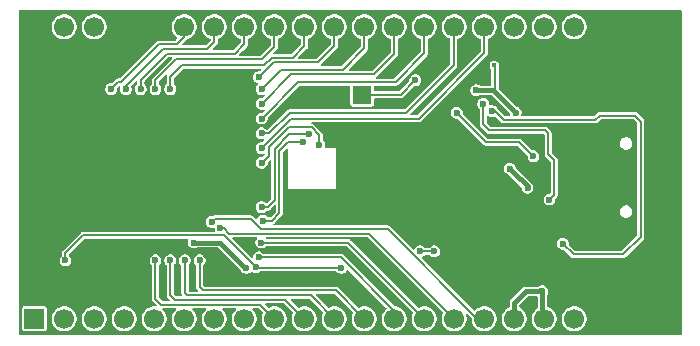
<source format=gbr>
%TF.GenerationSoftware,KiCad,Pcbnew,9.0.2*%
%TF.CreationDate,2025-11-10T16:04:38+08:00*%
%TF.ProjectId,TrlBoard,54726c42-6f61-4726-942e-6b696361645f,rev?*%
%TF.SameCoordinates,Original*%
%TF.FileFunction,Copper,L2,Bot*%
%TF.FilePolarity,Positive*%
%FSLAX46Y46*%
G04 Gerber Fmt 4.6, Leading zero omitted, Abs format (unit mm)*
G04 Created by KiCad (PCBNEW 9.0.2) date 2025-11-10 16:04:38*
%MOMM*%
%LPD*%
G01*
G04 APERTURE LIST*
%TA.AperFunction,HeatsinkPad*%
%ADD10C,0.600000*%
%TD*%
%TA.AperFunction,ComponentPad*%
%ADD11O,2.100000X1.000000*%
%TD*%
%TA.AperFunction,ComponentPad*%
%ADD12O,1.600000X1.000000*%
%TD*%
%TA.AperFunction,ComponentPad*%
%ADD13R,1.575000X1.575000*%
%TD*%
%TA.AperFunction,ComponentPad*%
%ADD14C,1.575000*%
%TD*%
%TA.AperFunction,ComponentPad*%
%ADD15C,0.600000*%
%TD*%
%TA.AperFunction,SMDPad,CuDef*%
%ADD16R,2.300000X2.300000*%
%TD*%
%TA.AperFunction,ComponentPad*%
%ADD17R,1.700000X1.700000*%
%TD*%
%TA.AperFunction,ComponentPad*%
%ADD18C,1.700000*%
%TD*%
%TA.AperFunction,ViaPad*%
%ADD19C,0.600000*%
%TD*%
%TA.AperFunction,ViaPad*%
%ADD20C,0.400000*%
%TD*%
%TA.AperFunction,Conductor*%
%ADD21C,0.200000*%
%TD*%
%TA.AperFunction,Conductor*%
%ADD22C,0.400000*%
%TD*%
G04 APERTURE END LIST*
D10*
%TO.P,U2,41,GND*%
%TO.N,GND*%
X142770000Y-76540000D03*
X144170000Y-76540000D03*
X142070000Y-75840000D03*
X143470000Y-75840000D03*
X144870000Y-75840000D03*
X142770000Y-75140000D03*
X144170000Y-75140000D03*
X142070000Y-74440000D03*
X143470000Y-74440000D03*
X144870000Y-74440000D03*
X142770000Y-73740000D03*
X144170000Y-73740000D03*
%TD*%
D11*
%TO.P,J5,S1,SHIELD*%
%TO.N,GND*%
X185320000Y-78311000D03*
D12*
X189500000Y-78311000D03*
D11*
X185320000Y-69671000D03*
D12*
X189500000Y-69671000D03*
%TD*%
D13*
%TO.P,J1,1,1*%
%TO.N,Net-(C4-Pad1)*%
X163500000Y-67000000D03*
D14*
%TO.P,J1,2,2*%
%TO.N,GND*%
X161000000Y-67000000D03*
%TD*%
D15*
%TO.P,U3,11,PGND*%
%TO.N,GND*%
X176750000Y-81061000D03*
X176750000Y-80061000D03*
D16*
X176251000Y-80561000D03*
D15*
X176250000Y-80561000D03*
X175750000Y-81061000D03*
X175750000Y-80061000D03*
%TD*%
D17*
%TO.P,J4,1,Pin_1*%
%TO.N,GND*%
X135740000Y-61230000D03*
D18*
%TO.P,J4,2,Pin_2*%
%TO.N,/GPIO1*%
X138280000Y-61230000D03*
%TO.P,J4,3,Pin_3*%
%TO.N,/GPIO2*%
X140820000Y-61230000D03*
%TO.P,J4,4,Pin_4*%
%TO.N,GND*%
X143360000Y-61230000D03*
%TO.P,J4,5,Pin_5*%
X145900000Y-61230000D03*
%TO.P,J4,6,Pin_6*%
%TO.N,/GPIO24*%
X148440000Y-61230000D03*
%TO.P,J4,7,Pin_7*%
%TO.N,/GPIO23*%
X150980000Y-61230000D03*
%TO.P,J4,8,Pin_8*%
%TO.N,/GPIO22*%
X153520000Y-61230000D03*
%TO.P,J4,9,Pin_9*%
%TO.N,/GPIO21*%
X156060000Y-61230000D03*
%TO.P,J4,10,Pin_10*%
%TO.N,/GPIO20*%
X158600000Y-61230000D03*
%TO.P,J4,11,Pin_11*%
%TO.N,/GPIO0*%
X161140000Y-61230000D03*
%TO.P,J4,12,Pin_12*%
%TO.N,/GPIO25*%
X163680000Y-61230000D03*
%TO.P,J4,13,Pin_13*%
%TO.N,/GPIO28*%
X166220000Y-61230000D03*
%TO.P,J4,14,Pin_14*%
%TO.N,/GPIO27*%
X168760000Y-61230000D03*
%TO.P,J4,15,Pin_15*%
%TO.N,/GPIO19*%
X171300000Y-61230000D03*
%TO.P,J4,16,Pin_16*%
%TO.N,/GPIO14*%
X173840000Y-61230000D03*
%TO.P,J4,17,Pin_17*%
%TO.N,VCC*%
X176380000Y-61230000D03*
%TO.P,J4,18,Pin_18*%
X178920000Y-61230000D03*
%TO.P,J4,19,Pin_19*%
%TO.N,+3.3V*%
X181460000Y-61230000D03*
%TO.P,J4,20,Pin_20*%
%TO.N,GND*%
X184000000Y-61230000D03*
%TO.P,J4,21,Pin_21*%
X186540000Y-61230000D03*
%TO.P,J4,22,Pin_22*%
X189080000Y-61230000D03*
%TD*%
D17*
%TO.P,J2,1,Pin_1*%
%TO.N,+3.3V*%
X135740000Y-85950000D03*
D18*
%TO.P,J2,2,Pin_2*%
X138280000Y-85950000D03*
%TO.P,J2,3,Pin_3*%
%TO.N,/EN*%
X140820000Y-85950000D03*
%TO.P,J2,4,Pin_4*%
%TO.N,/GPIO4*%
X143360000Y-85950000D03*
%TO.P,J2,5,Pin_5*%
%TO.N,/GPIO5*%
X145900000Y-85950000D03*
%TO.P,J2,6,Pin_6*%
%TO.N,/GPIO6*%
X148440000Y-85950000D03*
%TO.P,J2,7,Pin_7*%
%TO.N,/GPIO7*%
X150980000Y-85950000D03*
%TO.P,J2,8,Pin_8*%
%TO.N,/GPIO15*%
X153520000Y-85950000D03*
%TO.P,J2,9,Pin_9*%
%TO.N,/GPIO16*%
X156060000Y-85950000D03*
%TO.P,J2,10,Pin_10*%
%TO.N,/GPIO17*%
X158600000Y-85950000D03*
%TO.P,J2,11,Pin_11*%
%TO.N,/GPIO18*%
X161140000Y-85950000D03*
%TO.P,J2,12,Pin_12*%
%TO.N,/GPIO8*%
X163680000Y-85950000D03*
%TO.P,J2,13,Pin_13*%
%TO.N,/GPIO3*%
X166220000Y-85950000D03*
%TO.P,J2,14,Pin_14*%
%TO.N,/GPIO26*%
X168760000Y-85950000D03*
%TO.P,J2,15,Pin_15*%
%TO.N,/D+*%
X171300000Y-85950000D03*
%TO.P,J2,16,Pin_16*%
%TO.N,/D-*%
X173840000Y-85950000D03*
%TO.P,J2,17,Pin_17*%
%TO.N,VCC*%
X176380000Y-85950000D03*
%TO.P,J2,18,Pin_18*%
X178920000Y-85950000D03*
%TO.P,J2,19,Pin_19*%
%TO.N,+3.3V*%
X181460000Y-85950000D03*
%TO.P,J2,20,Pin_20*%
%TO.N,GND*%
X184000000Y-85950000D03*
%TO.P,J2,21,Pin_21*%
X186540000Y-85950000D03*
%TO.P,J2,22,Pin_22*%
X189080000Y-85950000D03*
%TD*%
D19*
%TO.N,/GPIO13*%
X159850000Y-71250000D03*
%TO.N,/GPIO10*%
X158964992Y-70349011D03*
%TO.N,/GPIO13*%
X155000000Y-72750000D03*
%TO.N,/GPIO10*%
X155000000Y-76500000D03*
%TO.N,/GPIO9*%
X155093793Y-77655207D03*
X158500000Y-71000000D03*
%TO.N,+3.3V*%
X177500000Y-74851000D03*
X153703523Y-81650000D03*
X176000000Y-73250000D03*
X149250000Y-79500000D03*
%TO.N,Net-(C4-Pad1)*%
X168000000Y-65750000D03*
%TO.N,Net-(U3-FB)*%
X168400000Y-80250000D03*
X169600000Y-80250000D03*
D20*
%TO.N,VCC*%
X174685000Y-64501000D03*
D19*
X176500000Y-68501000D03*
X173150000Y-66611000D03*
%TO.N,/EN*%
X138380000Y-81000000D03*
X154500000Y-81575002D03*
X161750000Y-81650000D03*
%TO.N,Net-(D1-A)*%
X180500000Y-79601000D03*
X174500000Y-68368100D03*
%TO.N,Net-(D1-K)*%
X173750000Y-67751000D03*
X179355000Y-75856000D03*
%TO.N,Net-(D2-A)*%
X171500000Y-68500000D03*
X178000000Y-72196000D03*
%TO.N,/GPIO16*%
X146000000Y-81000000D03*
%TO.N,/GPIO18*%
X148500000Y-81000000D03*
%TO.N,/GPIO17*%
X147250000Y-81000000D03*
%TO.N,/GPIO8*%
X149750000Y-81000000D03*
%TO.N,/GPIO25*%
X155000000Y-66500000D03*
%TO.N,/GPIO3*%
X154750000Y-80750000D03*
%TO.N,/GPIO23*%
X143500000Y-66500000D03*
%TO.N,/GPIO24*%
X142250000Y-66500000D03*
%TO.N,/GPIO0*%
X154750000Y-65500000D03*
%TO.N,/GPIO19*%
X155000000Y-70250000D03*
%TO.N,/GPIO20*%
X147250000Y-66500000D03*
%TO.N,/GPIO14*%
X155000000Y-71500000D03*
%TO.N,/GPIO26*%
X154970000Y-79500000D03*
%TO.N,/GPIO21*%
X146000000Y-66500000D03*
%TO.N,/GPIO27*%
X155000000Y-69000000D03*
%TO.N,/GPIO22*%
X144750000Y-66500000D03*
%TO.N,/D-*%
X150750000Y-77750000D03*
%TO.N,/D+*%
X151500000Y-78299000D03*
%TO.N,/GPIO28*%
X155000000Y-67750000D03*
%TO.N,VCC*%
X178750000Y-83622000D03*
%TD*%
D21*
%TO.N,/GPIO13*%
X155601000Y-72149000D02*
X155000000Y-72750000D01*
X159213935Y-69748011D02*
X157279717Y-69748011D01*
X155601000Y-71426728D02*
X155601000Y-72149000D01*
X159850000Y-71250000D02*
X159850000Y-70384076D01*
X159850000Y-70384076D02*
X159213935Y-69748011D01*
X157279717Y-69748011D02*
X155601000Y-71426728D01*
%TO.N,/GPIO9*%
X156500000Y-77000000D02*
X155844793Y-77655207D01*
X156500000Y-71750000D02*
X156500000Y-77000000D01*
X155844793Y-77655207D02*
X155093793Y-77655207D01*
X157250000Y-71000000D02*
X156500000Y-71750000D01*
X158500000Y-71000000D02*
X157250000Y-71000000D01*
D22*
%TO.N,+3.3V*%
X153703523Y-81650000D02*
X153622911Y-81650000D01*
X176250000Y-73501000D02*
X176250000Y-73500000D01*
X177500000Y-74751000D02*
X176250000Y-73501000D01*
X151472911Y-79500000D02*
X149250000Y-79500000D01*
X176250000Y-73500000D02*
X176000000Y-73250000D01*
X177500000Y-74851000D02*
X177500000Y-74751000D01*
X153622911Y-81650000D02*
X151472911Y-79500000D01*
D21*
%TO.N,Net-(C4-Pad1)*%
X168000000Y-65750000D02*
X166750000Y-67000000D01*
X166750000Y-67000000D02*
X163500000Y-67000000D01*
%TO.N,Net-(U3-FB)*%
X168400000Y-80250000D02*
X169600000Y-80250000D01*
D22*
%TO.N,VCC*%
X176500000Y-68501000D02*
X175000000Y-67001000D01*
X174610000Y-66611000D02*
X175000000Y-67001000D01*
D21*
X174685000Y-64501000D02*
X174750000Y-64566000D01*
D22*
X173150000Y-66611000D02*
X174610000Y-66611000D01*
D21*
X174750000Y-64566000D02*
X174750000Y-66751000D01*
X174750000Y-66751000D02*
X175000000Y-67001000D01*
%TO.N,/EN*%
X154500000Y-81575002D02*
X151823998Y-78899000D01*
X154574998Y-81650000D02*
X154500000Y-81575002D01*
X138380000Y-80370000D02*
X138380000Y-81000000D01*
X161750000Y-81650000D02*
X154574998Y-81650000D01*
X139851000Y-78899000D02*
X138380000Y-80370000D01*
X151823998Y-78899000D02*
X139851000Y-78899000D01*
%TO.N,Net-(D1-A)*%
X174750000Y-68368100D02*
X174500000Y-68368100D01*
X180500000Y-79601000D02*
X181400000Y-80501000D01*
X187100000Y-79001000D02*
X187100000Y-69251000D01*
X185600000Y-80501000D02*
X187100000Y-79001000D01*
X186600000Y-68751000D02*
X183600000Y-68751000D01*
X175483900Y-69102000D02*
X174750000Y-68368100D01*
X183600000Y-68751000D02*
X183249000Y-69102000D01*
X181400000Y-80501000D02*
X185600000Y-80501000D01*
X183249000Y-69102000D02*
X175483900Y-69102000D01*
X187100000Y-69251000D02*
X186600000Y-68751000D01*
%TO.N,Net-(D1-K)*%
X179250000Y-70251000D02*
X179250000Y-72001000D01*
X179750000Y-72501000D02*
X179750000Y-75461000D01*
X179000000Y-70001000D02*
X179250000Y-70251000D01*
X173750000Y-67751000D02*
X173750000Y-69501000D01*
X179750000Y-75461000D02*
X179355000Y-75856000D01*
X174250000Y-70001000D02*
X179000000Y-70001000D01*
X173750000Y-69501000D02*
X174250000Y-70001000D01*
X179250000Y-72001000D02*
X179750000Y-72501000D01*
%TO.N,Net-(D2-A)*%
X176804000Y-71000000D02*
X178000000Y-72196000D01*
X171500000Y-68500000D02*
X174000000Y-71000000D01*
X174000000Y-71000000D02*
X176804000Y-71000000D01*
%TO.N,/GPIO16*%
X154860000Y-84750000D02*
X156060000Y-85950000D01*
X146500000Y-84750000D02*
X154860000Y-84750000D01*
X146000000Y-84250000D02*
X146500000Y-84750000D01*
X146000000Y-81000000D02*
X146000000Y-84250000D01*
%TO.N,/GPIO18*%
X148500000Y-81000000D02*
X148500000Y-83750000D01*
X148500000Y-83750000D02*
X148698000Y-83948000D01*
X148698000Y-83948000D02*
X159138000Y-83948000D01*
X159138000Y-83948000D02*
X161140000Y-85950000D01*
%TO.N,/GPIO17*%
X147250000Y-81000000D02*
X147250000Y-83932900D01*
X147250000Y-83932900D02*
X147666100Y-84349000D01*
X147666100Y-84349000D02*
X156999000Y-84349000D01*
X156999000Y-84349000D02*
X158600000Y-85950000D01*
%TO.N,/GPIO8*%
X150047000Y-83547000D02*
X161277000Y-83547000D01*
X149750000Y-83250000D02*
X150047000Y-83547000D01*
X149750000Y-81000000D02*
X149750000Y-83250000D01*
X161277000Y-83547000D02*
X163680000Y-85950000D01*
%TO.N,/GPIO25*%
X161901000Y-64849000D02*
X163680000Y-63070000D01*
X163680000Y-63070000D02*
X163680000Y-61230000D01*
X156651000Y-64849000D02*
X161901000Y-64849000D01*
X155000000Y-66500000D02*
X156651000Y-64849000D01*
%TO.N,/GPIO3*%
X161699943Y-80750000D02*
X166220000Y-85270057D01*
X154750000Y-80750000D02*
X161699943Y-80750000D01*
%TO.N,/GPIO23*%
X150401000Y-63099000D02*
X146651000Y-63099000D01*
X150980000Y-62520000D02*
X150401000Y-63099000D01*
X143500000Y-66250000D02*
X143500000Y-66500000D01*
X146651000Y-63099000D02*
X143500000Y-66250000D01*
X150980000Y-61230000D02*
X150980000Y-62520000D01*
%TO.N,/GPIO24*%
X147802000Y-62698000D02*
X146302000Y-62698000D01*
X142851000Y-65899000D02*
X142250000Y-66500000D01*
X143101000Y-65899000D02*
X142851000Y-65899000D01*
X148440000Y-61230000D02*
X148440000Y-62060000D01*
X146302000Y-62698000D02*
X143101000Y-65899000D01*
X148440000Y-62060000D02*
X147802000Y-62698000D01*
%TO.N,/GPIO0*%
X154750000Y-65500000D02*
X156000000Y-64250000D01*
X161140000Y-62860000D02*
X161140000Y-61230000D01*
X156000000Y-64250000D02*
X159750000Y-64250000D01*
X159750000Y-64250000D02*
X161140000Y-62860000D01*
%TO.N,/GPIO19*%
X167250000Y-68500000D02*
X171250000Y-64500000D01*
X155000000Y-70250000D02*
X155643528Y-70250000D01*
X157393528Y-68500000D02*
X167250000Y-68500000D01*
X171250000Y-64500000D02*
X171250000Y-61280000D01*
X155643528Y-70250000D02*
X157393528Y-68500000D01*
%TO.N,/GPIO20*%
X158600000Y-62900000D02*
X158600000Y-61230000D01*
X155833900Y-63849000D02*
X157651000Y-63849000D01*
X155182900Y-64500000D02*
X155833900Y-63849000D01*
X157651000Y-63849000D02*
X158600000Y-62900000D01*
X147250000Y-65500000D02*
X148250000Y-64500000D01*
X147250000Y-66500000D02*
X147250000Y-65500000D01*
X148250000Y-64500000D02*
X155182900Y-64500000D01*
%TO.N,/GPIO14*%
X168289396Y-69000000D02*
X173840000Y-63449396D01*
X173840000Y-63449396D02*
X173840000Y-61230000D01*
X155000000Y-71460628D02*
X157460628Y-69000000D01*
X157460628Y-69000000D02*
X168289396Y-69000000D01*
X155000000Y-71500000D02*
X155000000Y-71460628D01*
%TO.N,/GPIO26*%
X162310000Y-79500000D02*
X168760000Y-85950000D01*
X154970000Y-79500000D02*
X162310000Y-79500000D01*
%TO.N,/GPIO21*%
X146000000Y-65750000D02*
X147750000Y-64000000D01*
X147750000Y-64000000D02*
X155000000Y-64000000D01*
X146000000Y-66500000D02*
X146000000Y-65750000D01*
X156060000Y-62940000D02*
X156060000Y-61230000D01*
X155000000Y-64000000D02*
X156060000Y-62940000D01*
%TO.N,/GPIO27*%
X166338500Y-65911500D02*
X158088500Y-65911500D01*
X158088500Y-65911500D02*
X155000000Y-69000000D01*
X168760000Y-61230000D02*
X168760000Y-63490000D01*
X168760000Y-63490000D02*
X166338500Y-65911500D01*
%TO.N,/GPIO22*%
X147000000Y-63500000D02*
X152750000Y-63500000D01*
X152750000Y-63500000D02*
X153520000Y-62730000D01*
X144750000Y-66500000D02*
X144750000Y-65750000D01*
X153520000Y-62730000D02*
X153520000Y-61230000D01*
X144750000Y-65750000D02*
X147000000Y-63500000D01*
%TO.N,/D-*%
X151000000Y-77500000D02*
X154090057Y-77500000D01*
X154939057Y-78349000D02*
X165649057Y-78349000D01*
X154090057Y-77500000D02*
X154939057Y-78349000D01*
X150750000Y-77750000D02*
X151000000Y-77500000D01*
X165649057Y-78349000D02*
X173250057Y-85950000D01*
%TO.N,/D+*%
X151791098Y-78299000D02*
X152242098Y-78750000D01*
X152242098Y-78750000D02*
X164100000Y-78750000D01*
X164100000Y-78750000D02*
X171300000Y-85950000D01*
X151500000Y-78299000D02*
X151791098Y-78299000D01*
%TO.N,/GPIO28*%
X166220000Y-63530000D02*
X166220000Y-61230000D01*
X157500000Y-65250000D02*
X164500000Y-65250000D01*
X164500000Y-65250000D02*
X166220000Y-63530000D01*
X155000000Y-67750000D02*
X157500000Y-65250000D01*
%TO.N,/GPIO10*%
X156099000Y-71583900D02*
X156099000Y-75901000D01*
X157333889Y-70349011D02*
X156099000Y-71583900D01*
X158964992Y-70349011D02*
X157333889Y-70349011D01*
X156099000Y-75901000D02*
X155500000Y-76500000D01*
X155500000Y-76500000D02*
X155000000Y-76500000D01*
D22*
%TO.N,VCC*%
X178750000Y-83622000D02*
X177378000Y-83622000D01*
X176380000Y-84620000D02*
X176380000Y-85950000D01*
X177378000Y-83622000D02*
X176380000Y-84620000D01*
X178750000Y-83622000D02*
X178750000Y-85780000D01*
%TD*%
%TA.AperFunction,Conductor*%
%TO.N,GND*%
G36*
X190527826Y-59842174D02*
G01*
X190549500Y-59894500D01*
X190549500Y-87285500D01*
X190527826Y-87337826D01*
X190475500Y-87359500D01*
X134524500Y-87359500D01*
X134472174Y-87337826D01*
X134450500Y-87285500D01*
X134450500Y-85080253D01*
X134689500Y-85080253D01*
X134689500Y-86819746D01*
X134701133Y-86878232D01*
X134730608Y-86922343D01*
X134745448Y-86944552D01*
X134789560Y-86974027D01*
X134811767Y-86988866D01*
X134811768Y-86988866D01*
X134811769Y-86988867D01*
X134870252Y-87000500D01*
X134870254Y-87000500D01*
X136609746Y-87000500D01*
X136609748Y-87000500D01*
X136668231Y-86988867D01*
X136734552Y-86944552D01*
X136778867Y-86878231D01*
X136790500Y-86819748D01*
X136790500Y-85846535D01*
X137229500Y-85846535D01*
X137229500Y-86053464D01*
X137269868Y-86256413D01*
X137269870Y-86256420D01*
X137349059Y-86447598D01*
X137464023Y-86619655D01*
X137610345Y-86765977D01*
X137782402Y-86880941D01*
X137973580Y-86960130D01*
X138176535Y-87000500D01*
X138176536Y-87000500D01*
X138383464Y-87000500D01*
X138383465Y-87000500D01*
X138586420Y-86960130D01*
X138777598Y-86880941D01*
X138949655Y-86765977D01*
X139095977Y-86619655D01*
X139210941Y-86447598D01*
X139290130Y-86256420D01*
X139330500Y-86053465D01*
X139330500Y-85846535D01*
X139769500Y-85846535D01*
X139769500Y-86053464D01*
X139809868Y-86256413D01*
X139809870Y-86256420D01*
X139889059Y-86447598D01*
X140004023Y-86619655D01*
X140150345Y-86765977D01*
X140322402Y-86880941D01*
X140513580Y-86960130D01*
X140716535Y-87000500D01*
X140716536Y-87000500D01*
X140923464Y-87000500D01*
X140923465Y-87000500D01*
X141126420Y-86960130D01*
X141317598Y-86880941D01*
X141489655Y-86765977D01*
X141635977Y-86619655D01*
X141750941Y-86447598D01*
X141830130Y-86256420D01*
X141870500Y-86053465D01*
X141870500Y-85846535D01*
X142309500Y-85846535D01*
X142309500Y-86053464D01*
X142349868Y-86256413D01*
X142349870Y-86256420D01*
X142429059Y-86447598D01*
X142544023Y-86619655D01*
X142690345Y-86765977D01*
X142862402Y-86880941D01*
X143053580Y-86960130D01*
X143256535Y-87000500D01*
X143256536Y-87000500D01*
X143463464Y-87000500D01*
X143463465Y-87000500D01*
X143666420Y-86960130D01*
X143857598Y-86880941D01*
X144029655Y-86765977D01*
X144175977Y-86619655D01*
X144290941Y-86447598D01*
X144370130Y-86256420D01*
X144410500Y-86053465D01*
X144410500Y-85846535D01*
X144849500Y-85846535D01*
X144849500Y-86053464D01*
X144889868Y-86256413D01*
X144889870Y-86256420D01*
X144969059Y-86447598D01*
X145084023Y-86619655D01*
X145230345Y-86765977D01*
X145402402Y-86880941D01*
X145593580Y-86960130D01*
X145796535Y-87000500D01*
X145796536Y-87000500D01*
X146003464Y-87000500D01*
X146003465Y-87000500D01*
X146206420Y-86960130D01*
X146397598Y-86880941D01*
X146569655Y-86765977D01*
X146715977Y-86619655D01*
X146830941Y-86447598D01*
X146910130Y-86256420D01*
X146950500Y-86053465D01*
X146950500Y-85846535D01*
X146910130Y-85643580D01*
X146830941Y-85452402D01*
X146715977Y-85280345D01*
X146612458Y-85176826D01*
X146590784Y-85124500D01*
X146612458Y-85072174D01*
X146664784Y-85050500D01*
X147675216Y-85050500D01*
X147727542Y-85072174D01*
X147749216Y-85124500D01*
X147727542Y-85176826D01*
X147624024Y-85280344D01*
X147624022Y-85280345D01*
X147509059Y-85452401D01*
X147429870Y-85643579D01*
X147429868Y-85643586D01*
X147389500Y-85846535D01*
X147389500Y-86053464D01*
X147429868Y-86256413D01*
X147429870Y-86256420D01*
X147509059Y-86447598D01*
X147624023Y-86619655D01*
X147770345Y-86765977D01*
X147942402Y-86880941D01*
X148133580Y-86960130D01*
X148336535Y-87000500D01*
X148336536Y-87000500D01*
X148543464Y-87000500D01*
X148543465Y-87000500D01*
X148746420Y-86960130D01*
X148937598Y-86880941D01*
X149109655Y-86765977D01*
X149255977Y-86619655D01*
X149370941Y-86447598D01*
X149450130Y-86256420D01*
X149490500Y-86053465D01*
X149490500Y-85846535D01*
X149450130Y-85643580D01*
X149370941Y-85452402D01*
X149255977Y-85280345D01*
X149152458Y-85176826D01*
X149130784Y-85124500D01*
X149152458Y-85072174D01*
X149204784Y-85050500D01*
X150215216Y-85050500D01*
X150267542Y-85072174D01*
X150289216Y-85124500D01*
X150267542Y-85176826D01*
X150164024Y-85280344D01*
X150164022Y-85280345D01*
X150049059Y-85452401D01*
X149969870Y-85643579D01*
X149969868Y-85643586D01*
X149929500Y-85846535D01*
X149929500Y-86053464D01*
X149969868Y-86256413D01*
X149969870Y-86256420D01*
X150049059Y-86447598D01*
X150164023Y-86619655D01*
X150310345Y-86765977D01*
X150482402Y-86880941D01*
X150673580Y-86960130D01*
X150876535Y-87000500D01*
X150876536Y-87000500D01*
X151083464Y-87000500D01*
X151083465Y-87000500D01*
X151286420Y-86960130D01*
X151477598Y-86880941D01*
X151649655Y-86765977D01*
X151795977Y-86619655D01*
X151910941Y-86447598D01*
X151990130Y-86256420D01*
X152030500Y-86053465D01*
X152030500Y-85846535D01*
X151990130Y-85643580D01*
X151910941Y-85452402D01*
X151795977Y-85280345D01*
X151692458Y-85176826D01*
X151670784Y-85124500D01*
X151692458Y-85072174D01*
X151744784Y-85050500D01*
X152755216Y-85050500D01*
X152807542Y-85072174D01*
X152829216Y-85124500D01*
X152807542Y-85176826D01*
X152704024Y-85280344D01*
X152704022Y-85280345D01*
X152589059Y-85452401D01*
X152509870Y-85643579D01*
X152509868Y-85643586D01*
X152469500Y-85846535D01*
X152469500Y-86053464D01*
X152509868Y-86256413D01*
X152509870Y-86256420D01*
X152589059Y-86447598D01*
X152704023Y-86619655D01*
X152850345Y-86765977D01*
X153022402Y-86880941D01*
X153213580Y-86960130D01*
X153416535Y-87000500D01*
X153416536Y-87000500D01*
X153623464Y-87000500D01*
X153623465Y-87000500D01*
X153826420Y-86960130D01*
X154017598Y-86880941D01*
X154189655Y-86765977D01*
X154335977Y-86619655D01*
X154450941Y-86447598D01*
X154530130Y-86256420D01*
X154570500Y-86053465D01*
X154570500Y-85846535D01*
X154530130Y-85643580D01*
X154450941Y-85452402D01*
X154335977Y-85280345D01*
X154232458Y-85176826D01*
X154210784Y-85124500D01*
X154232458Y-85072174D01*
X154284784Y-85050500D01*
X154704877Y-85050500D01*
X154757203Y-85072174D01*
X155096548Y-85411519D01*
X155118222Y-85463845D01*
X155112589Y-85492164D01*
X155049870Y-85643579D01*
X155049868Y-85643586D01*
X155009500Y-85846535D01*
X155009500Y-86053464D01*
X155049868Y-86256413D01*
X155049870Y-86256420D01*
X155129059Y-86447598D01*
X155244023Y-86619655D01*
X155390345Y-86765977D01*
X155562402Y-86880941D01*
X155753580Y-86960130D01*
X155956535Y-87000500D01*
X155956536Y-87000500D01*
X156163464Y-87000500D01*
X156163465Y-87000500D01*
X156366420Y-86960130D01*
X156557598Y-86880941D01*
X156729655Y-86765977D01*
X156875977Y-86619655D01*
X156990941Y-86447598D01*
X157070130Y-86256420D01*
X157110500Y-86053465D01*
X157110500Y-85846535D01*
X157070130Y-85643580D01*
X156990941Y-85452402D01*
X156875977Y-85280345D01*
X156729655Y-85134023D01*
X156726663Y-85132024D01*
X156557598Y-85019059D01*
X156366420Y-84939870D01*
X156366413Y-84939868D01*
X156200160Y-84906799D01*
X156163465Y-84899500D01*
X155956535Y-84899500D01*
X155919840Y-84906799D01*
X155753586Y-84939868D01*
X155753579Y-84939870D01*
X155602164Y-85002589D01*
X155545526Y-85002589D01*
X155521519Y-84986548D01*
X155310797Y-84775826D01*
X155289123Y-84723500D01*
X155310797Y-84671174D01*
X155363123Y-84649500D01*
X156843877Y-84649500D01*
X156896203Y-84671174D01*
X157636548Y-85411519D01*
X157658222Y-85463845D01*
X157652589Y-85492164D01*
X157589870Y-85643579D01*
X157589868Y-85643586D01*
X157549500Y-85846535D01*
X157549500Y-86053464D01*
X157589868Y-86256413D01*
X157589870Y-86256420D01*
X157669059Y-86447598D01*
X157784023Y-86619655D01*
X157930345Y-86765977D01*
X158102402Y-86880941D01*
X158293580Y-86960130D01*
X158496535Y-87000500D01*
X158496536Y-87000500D01*
X158703464Y-87000500D01*
X158703465Y-87000500D01*
X158906420Y-86960130D01*
X159097598Y-86880941D01*
X159269655Y-86765977D01*
X159415977Y-86619655D01*
X159530941Y-86447598D01*
X159610130Y-86256420D01*
X159650500Y-86053465D01*
X159650500Y-85846535D01*
X159610130Y-85643580D01*
X159530941Y-85452402D01*
X159415977Y-85280345D01*
X159269655Y-85134023D01*
X159266663Y-85132024D01*
X159097598Y-85019059D01*
X158906420Y-84939870D01*
X158906413Y-84939868D01*
X158740160Y-84906799D01*
X158703465Y-84899500D01*
X158496535Y-84899500D01*
X158459840Y-84906799D01*
X158293586Y-84939868D01*
X158293579Y-84939870D01*
X158142164Y-85002589D01*
X158085526Y-85002589D01*
X158061519Y-84986548D01*
X157449797Y-84374826D01*
X157428123Y-84322500D01*
X157449797Y-84270174D01*
X157502123Y-84248500D01*
X158982877Y-84248500D01*
X159035203Y-84270174D01*
X160176548Y-85411519D01*
X160198222Y-85463845D01*
X160192589Y-85492164D01*
X160129870Y-85643579D01*
X160129868Y-85643586D01*
X160089500Y-85846535D01*
X160089500Y-86053464D01*
X160129868Y-86256413D01*
X160129870Y-86256420D01*
X160209059Y-86447598D01*
X160324023Y-86619655D01*
X160470345Y-86765977D01*
X160642402Y-86880941D01*
X160833580Y-86960130D01*
X161036535Y-87000500D01*
X161036536Y-87000500D01*
X161243464Y-87000500D01*
X161243465Y-87000500D01*
X161446420Y-86960130D01*
X161637598Y-86880941D01*
X161809655Y-86765977D01*
X161955977Y-86619655D01*
X162070941Y-86447598D01*
X162150130Y-86256420D01*
X162190500Y-86053465D01*
X162190500Y-85846535D01*
X162150130Y-85643580D01*
X162070941Y-85452402D01*
X161955977Y-85280345D01*
X161809655Y-85134023D01*
X161806663Y-85132024D01*
X161637598Y-85019059D01*
X161446420Y-84939870D01*
X161446413Y-84939868D01*
X161280160Y-84906799D01*
X161243465Y-84899500D01*
X161036535Y-84899500D01*
X160999840Y-84906799D01*
X160833586Y-84939868D01*
X160833579Y-84939870D01*
X160682164Y-85002589D01*
X160625526Y-85002589D01*
X160601519Y-84986548D01*
X159588797Y-83973826D01*
X159567123Y-83921500D01*
X159588797Y-83869174D01*
X159641123Y-83847500D01*
X161121877Y-83847500D01*
X161174203Y-83869174D01*
X162716548Y-85411519D01*
X162738222Y-85463845D01*
X162732589Y-85492164D01*
X162669870Y-85643579D01*
X162669868Y-85643586D01*
X162629500Y-85846535D01*
X162629500Y-86053464D01*
X162669868Y-86256413D01*
X162669870Y-86256420D01*
X162749059Y-86447598D01*
X162864023Y-86619655D01*
X163010345Y-86765977D01*
X163182402Y-86880941D01*
X163373580Y-86960130D01*
X163576535Y-87000500D01*
X163576536Y-87000500D01*
X163783464Y-87000500D01*
X163783465Y-87000500D01*
X163986420Y-86960130D01*
X164177598Y-86880941D01*
X164349655Y-86765977D01*
X164495977Y-86619655D01*
X164610941Y-86447598D01*
X164690130Y-86256420D01*
X164730500Y-86053465D01*
X164730500Y-85846535D01*
X164690130Y-85643580D01*
X164610941Y-85452402D01*
X164495977Y-85280345D01*
X164349655Y-85134023D01*
X164346663Y-85132024D01*
X164177598Y-85019059D01*
X163986420Y-84939870D01*
X163986413Y-84939868D01*
X163820160Y-84906799D01*
X163783465Y-84899500D01*
X163576535Y-84899500D01*
X163539840Y-84906799D01*
X163373586Y-84939868D01*
X163373579Y-84939870D01*
X163222164Y-85002589D01*
X163165526Y-85002589D01*
X163141519Y-84986548D01*
X161461511Y-83306540D01*
X161452816Y-83301520D01*
X161392990Y-83266979D01*
X161392985Y-83266977D01*
X161316564Y-83246500D01*
X161316562Y-83246500D01*
X150202123Y-83246500D01*
X150149797Y-83224826D01*
X150072174Y-83147203D01*
X150050500Y-83094877D01*
X150050500Y-81437966D01*
X150072174Y-81385640D01*
X150110832Y-81346982D01*
X150150500Y-81307314D01*
X150216392Y-81193186D01*
X150250499Y-81065894D01*
X150250500Y-81065894D01*
X150250500Y-80934106D01*
X150250499Y-80934105D01*
X150216393Y-80806818D01*
X150216392Y-80806814D01*
X150150500Y-80692686D01*
X150057314Y-80599500D01*
X149983380Y-80556814D01*
X149943190Y-80533610D01*
X149943181Y-80533606D01*
X149815894Y-80499500D01*
X149815892Y-80499500D01*
X149684108Y-80499500D01*
X149684106Y-80499500D01*
X149556818Y-80533606D01*
X149556809Y-80533610D01*
X149442685Y-80599500D01*
X149349500Y-80692685D01*
X149283610Y-80806809D01*
X149283606Y-80806818D01*
X149249500Y-80934105D01*
X149249500Y-81065894D01*
X149283606Y-81193181D01*
X149283610Y-81193190D01*
X149349500Y-81307314D01*
X149427826Y-81385640D01*
X149449500Y-81437966D01*
X149449500Y-83289564D01*
X149469978Y-83365988D01*
X149493533Y-83406788D01*
X149493534Y-83406788D01*
X149509537Y-83434507D01*
X149509538Y-83434508D01*
X149509540Y-83434511D01*
X149596204Y-83521175D01*
X149617878Y-83573500D01*
X149596204Y-83625826D01*
X149543878Y-83647500D01*
X148874500Y-83647500D01*
X148822174Y-83625826D01*
X148800500Y-83573500D01*
X148800500Y-81437966D01*
X148822174Y-81385640D01*
X148860832Y-81346982D01*
X148900500Y-81307314D01*
X148966392Y-81193186D01*
X149000499Y-81065894D01*
X149000500Y-81065894D01*
X149000500Y-80934106D01*
X149000499Y-80934105D01*
X148966393Y-80806818D01*
X148966392Y-80806814D01*
X148900500Y-80692686D01*
X148807314Y-80599500D01*
X148733380Y-80556814D01*
X148693190Y-80533610D01*
X148693181Y-80533606D01*
X148565894Y-80499500D01*
X148565892Y-80499500D01*
X148434108Y-80499500D01*
X148434106Y-80499500D01*
X148306818Y-80533606D01*
X148306809Y-80533610D01*
X148192685Y-80599500D01*
X148099500Y-80692685D01*
X148033610Y-80806809D01*
X148033606Y-80806818D01*
X147999500Y-80934105D01*
X147999500Y-81065894D01*
X148033606Y-81193181D01*
X148033610Y-81193190D01*
X148099500Y-81307314D01*
X148177826Y-81385640D01*
X148199500Y-81437966D01*
X148199500Y-83789564D01*
X148219977Y-83865985D01*
X148219978Y-83865987D01*
X148219979Y-83865989D01*
X148221090Y-83867913D01*
X148256540Y-83929314D01*
X148261266Y-83937500D01*
X148268658Y-83993653D01*
X148234180Y-84038586D01*
X148197180Y-84048500D01*
X147821223Y-84048500D01*
X147768897Y-84026826D01*
X147572174Y-83830103D01*
X147550500Y-83777777D01*
X147550500Y-81437966D01*
X147572174Y-81385640D01*
X147610832Y-81346982D01*
X147650500Y-81307314D01*
X147716392Y-81193186D01*
X147750499Y-81065894D01*
X147750500Y-81065894D01*
X147750500Y-80934106D01*
X147750499Y-80934105D01*
X147716393Y-80806818D01*
X147716392Y-80806814D01*
X147650500Y-80692686D01*
X147557314Y-80599500D01*
X147483380Y-80556814D01*
X147443190Y-80533610D01*
X147443181Y-80533606D01*
X147315894Y-80499500D01*
X147315892Y-80499500D01*
X147184108Y-80499500D01*
X147184106Y-80499500D01*
X147056818Y-80533606D01*
X147056809Y-80533610D01*
X146942685Y-80599500D01*
X146849500Y-80692685D01*
X146783610Y-80806809D01*
X146783606Y-80806818D01*
X146749500Y-80934105D01*
X146749500Y-81065894D01*
X146783606Y-81193181D01*
X146783610Y-81193190D01*
X146849500Y-81307314D01*
X146927826Y-81385640D01*
X146949500Y-81437966D01*
X146949500Y-83972464D01*
X146969977Y-84048885D01*
X146969979Y-84048890D01*
X146978697Y-84063989D01*
X147009540Y-84117411D01*
X147215303Y-84323174D01*
X147236977Y-84375500D01*
X147215303Y-84427826D01*
X147162977Y-84449500D01*
X146655123Y-84449500D01*
X146602797Y-84427826D01*
X146322174Y-84147203D01*
X146300500Y-84094877D01*
X146300500Y-81437966D01*
X146322174Y-81385640D01*
X146360832Y-81346982D01*
X146400500Y-81307314D01*
X146466392Y-81193186D01*
X146500499Y-81065894D01*
X146500500Y-81065894D01*
X146500500Y-80934106D01*
X146500499Y-80934105D01*
X146466393Y-80806818D01*
X146466392Y-80806814D01*
X146400500Y-80692686D01*
X146307314Y-80599500D01*
X146233380Y-80556814D01*
X146193190Y-80533610D01*
X146193181Y-80533606D01*
X146065894Y-80499500D01*
X146065892Y-80499500D01*
X145934108Y-80499500D01*
X145934106Y-80499500D01*
X145806818Y-80533606D01*
X145806809Y-80533610D01*
X145692685Y-80599500D01*
X145599500Y-80692685D01*
X145533610Y-80806809D01*
X145533606Y-80806818D01*
X145499500Y-80934105D01*
X145499500Y-81065894D01*
X145533606Y-81193181D01*
X145533610Y-81193190D01*
X145599500Y-81307314D01*
X145677826Y-81385640D01*
X145699500Y-81437966D01*
X145699500Y-84289564D01*
X145719977Y-84365985D01*
X145719979Y-84365990D01*
X145759540Y-84434511D01*
X146106924Y-84781895D01*
X146128598Y-84834221D01*
X146106924Y-84886547D01*
X146054598Y-84908221D01*
X146040162Y-84906799D01*
X146003465Y-84899500D01*
X145796535Y-84899500D01*
X145759840Y-84906799D01*
X145593586Y-84939868D01*
X145593579Y-84939870D01*
X145402401Y-85019059D01*
X145230345Y-85134022D01*
X145230344Y-85134024D01*
X145084024Y-85280344D01*
X145084022Y-85280345D01*
X144969059Y-85452401D01*
X144889870Y-85643579D01*
X144889868Y-85643586D01*
X144849500Y-85846535D01*
X144410500Y-85846535D01*
X144370130Y-85643580D01*
X144290941Y-85452402D01*
X144175977Y-85280345D01*
X144029655Y-85134023D01*
X144026663Y-85132024D01*
X143857598Y-85019059D01*
X143666420Y-84939870D01*
X143666413Y-84939868D01*
X143500160Y-84906799D01*
X143463465Y-84899500D01*
X143256535Y-84899500D01*
X143219840Y-84906799D01*
X143053586Y-84939868D01*
X143053579Y-84939870D01*
X142862401Y-85019059D01*
X142690345Y-85134022D01*
X142690344Y-85134024D01*
X142544024Y-85280344D01*
X142544022Y-85280345D01*
X142429059Y-85452401D01*
X142349870Y-85643579D01*
X142349868Y-85643586D01*
X142309500Y-85846535D01*
X141870500Y-85846535D01*
X141830130Y-85643580D01*
X141750941Y-85452402D01*
X141635977Y-85280345D01*
X141489655Y-85134023D01*
X141486663Y-85132024D01*
X141317598Y-85019059D01*
X141126420Y-84939870D01*
X141126413Y-84939868D01*
X140960160Y-84906799D01*
X140923465Y-84899500D01*
X140716535Y-84899500D01*
X140679840Y-84906799D01*
X140513586Y-84939868D01*
X140513579Y-84939870D01*
X140322401Y-85019059D01*
X140150345Y-85134022D01*
X140150344Y-85134024D01*
X140004024Y-85280344D01*
X140004022Y-85280345D01*
X139889059Y-85452401D01*
X139809870Y-85643579D01*
X139809868Y-85643586D01*
X139769500Y-85846535D01*
X139330500Y-85846535D01*
X139290130Y-85643580D01*
X139210941Y-85452402D01*
X139095977Y-85280345D01*
X138949655Y-85134023D01*
X138946663Y-85132024D01*
X138777598Y-85019059D01*
X138586420Y-84939870D01*
X138586413Y-84939868D01*
X138420160Y-84906799D01*
X138383465Y-84899500D01*
X138176535Y-84899500D01*
X138139840Y-84906799D01*
X137973586Y-84939868D01*
X137973579Y-84939870D01*
X137782401Y-85019059D01*
X137610345Y-85134022D01*
X137610344Y-85134024D01*
X137464024Y-85280344D01*
X137464022Y-85280345D01*
X137349059Y-85452401D01*
X137269870Y-85643579D01*
X137269868Y-85643586D01*
X137229500Y-85846535D01*
X136790500Y-85846535D01*
X136790500Y-85080252D01*
X136778867Y-85021769D01*
X136777056Y-85019059D01*
X136755870Y-84987352D01*
X136734552Y-84955448D01*
X136711235Y-84939868D01*
X136668232Y-84911133D01*
X136668233Y-84911133D01*
X136638152Y-84905150D01*
X136609748Y-84899500D01*
X134870252Y-84899500D01*
X134841848Y-84905150D01*
X134811767Y-84911133D01*
X134745449Y-84955447D01*
X134745447Y-84955449D01*
X134701133Y-85021767D01*
X134689500Y-85080253D01*
X134450500Y-85080253D01*
X134450500Y-80934105D01*
X137879500Y-80934105D01*
X137879500Y-81065894D01*
X137913606Y-81193181D01*
X137913607Y-81193184D01*
X137913608Y-81193186D01*
X137979500Y-81307314D01*
X138072686Y-81400500D01*
X138186814Y-81466392D01*
X138314105Y-81500499D01*
X138314106Y-81500500D01*
X138314108Y-81500500D01*
X138445894Y-81500500D01*
X138445894Y-81500499D01*
X138573186Y-81466392D01*
X138687314Y-81400500D01*
X138780500Y-81307314D01*
X138846392Y-81193186D01*
X138880499Y-81065894D01*
X138880500Y-81065894D01*
X138880500Y-80934106D01*
X138880499Y-80934105D01*
X138846393Y-80806818D01*
X138846392Y-80806814D01*
X138780500Y-80692686D01*
X138702174Y-80614360D01*
X138680500Y-80562034D01*
X138680500Y-80525123D01*
X138702174Y-80472797D01*
X139953797Y-79221174D01*
X140006123Y-79199500D01*
X148717394Y-79199500D01*
X148769720Y-79221174D01*
X148791394Y-79273500D01*
X148783844Y-79301657D01*
X148785466Y-79302329D01*
X148783606Y-79306818D01*
X148749500Y-79434105D01*
X148749500Y-79565894D01*
X148783606Y-79693181D01*
X148783610Y-79693190D01*
X148841923Y-79794190D01*
X148849500Y-79807314D01*
X148942686Y-79900500D01*
X149056814Y-79966392D01*
X149184105Y-80000499D01*
X149184106Y-80000500D01*
X149184108Y-80000500D01*
X149315894Y-80000500D01*
X149315894Y-80000499D01*
X149443186Y-79966392D01*
X149519774Y-79922174D01*
X149540143Y-79910414D01*
X149577143Y-79900500D01*
X151276366Y-79900500D01*
X151328692Y-79922174D01*
X153218508Y-81811990D01*
X153234194Y-81839155D01*
X153235276Y-81838707D01*
X153237131Y-81843187D01*
X153277227Y-81912634D01*
X153303023Y-81957314D01*
X153396209Y-82050500D01*
X153510337Y-82116392D01*
X153637628Y-82150499D01*
X153637629Y-82150500D01*
X153637631Y-82150500D01*
X153769417Y-82150500D01*
X153769417Y-82150499D01*
X153896709Y-82116392D01*
X154010837Y-82050500D01*
X154086935Y-81974401D01*
X154139260Y-81952728D01*
X154188421Y-81973091D01*
X154188837Y-81972549D01*
X154190860Y-81974101D01*
X154191586Y-81974402D01*
X154192686Y-81975502D01*
X154306814Y-82041394D01*
X154434105Y-82075501D01*
X154434106Y-82075502D01*
X154434108Y-82075502D01*
X154565894Y-82075502D01*
X154565894Y-82075501D01*
X154693186Y-82041394D01*
X154807314Y-81975502D01*
X154810642Y-81972174D01*
X154862968Y-81950500D01*
X161312034Y-81950500D01*
X161364360Y-81972174D01*
X161442686Y-82050500D01*
X161556814Y-82116392D01*
X161684105Y-82150499D01*
X161684106Y-82150500D01*
X161684108Y-82150500D01*
X161815894Y-82150500D01*
X161815894Y-82150499D01*
X161943186Y-82116392D01*
X162057314Y-82050500D01*
X162150500Y-81957314D01*
X162216392Y-81843186D01*
X162216393Y-81843179D01*
X162218247Y-81838706D01*
X162221035Y-81839860D01*
X162249657Y-81802427D01*
X162305796Y-81794936D01*
X162339094Y-81814122D01*
X165552344Y-85027372D01*
X165574018Y-85079698D01*
X165552344Y-85132024D01*
X165404024Y-85280344D01*
X165404022Y-85280345D01*
X165289059Y-85452401D01*
X165209870Y-85643579D01*
X165209868Y-85643586D01*
X165169500Y-85846535D01*
X165169500Y-86053464D01*
X165209868Y-86256413D01*
X165209870Y-86256420D01*
X165289059Y-86447598D01*
X165404023Y-86619655D01*
X165550345Y-86765977D01*
X165722402Y-86880941D01*
X165913580Y-86960130D01*
X166116535Y-87000500D01*
X166116536Y-87000500D01*
X166323464Y-87000500D01*
X166323465Y-87000500D01*
X166526420Y-86960130D01*
X166717598Y-86880941D01*
X166889655Y-86765977D01*
X167035977Y-86619655D01*
X167150941Y-86447598D01*
X167230130Y-86256420D01*
X167270500Y-86053465D01*
X167270500Y-85846535D01*
X167230130Y-85643580D01*
X167150941Y-85452402D01*
X167035977Y-85280345D01*
X166889655Y-85134023D01*
X166886663Y-85132024D01*
X166717598Y-85019059D01*
X166526420Y-84939870D01*
X166526413Y-84939868D01*
X166360160Y-84906799D01*
X166323465Y-84899500D01*
X166323464Y-84899500D01*
X166305066Y-84899500D01*
X166252740Y-84877826D01*
X161884454Y-80509540D01*
X161851406Y-80490460D01*
X161815933Y-80469979D01*
X161815928Y-80469977D01*
X161739507Y-80449500D01*
X161739505Y-80449500D01*
X155187966Y-80449500D01*
X155135640Y-80427826D01*
X155057314Y-80349500D01*
X154943190Y-80283610D01*
X154943181Y-80283606D01*
X154815894Y-80249500D01*
X154815892Y-80249500D01*
X154684108Y-80249500D01*
X154684106Y-80249500D01*
X154556818Y-80283606D01*
X154556809Y-80283610D01*
X154442685Y-80349500D01*
X154349500Y-80442685D01*
X154283610Y-80556809D01*
X154283606Y-80556818D01*
X154249500Y-80684105D01*
X154249500Y-80720879D01*
X154227826Y-80773205D01*
X154175500Y-80794879D01*
X154123174Y-80773205D01*
X152526795Y-79176826D01*
X152505121Y-79124500D01*
X152526795Y-79072174D01*
X152579121Y-79050500D01*
X154533034Y-79050500D01*
X154585360Y-79072174D01*
X154607034Y-79124500D01*
X154585360Y-79176826D01*
X154569500Y-79192685D01*
X154503610Y-79306809D01*
X154503606Y-79306818D01*
X154469500Y-79434105D01*
X154469500Y-79565894D01*
X154503606Y-79693181D01*
X154503610Y-79693190D01*
X154561923Y-79794190D01*
X154569500Y-79807314D01*
X154662686Y-79900500D01*
X154776814Y-79966392D01*
X154904105Y-80000499D01*
X154904106Y-80000500D01*
X154904108Y-80000500D01*
X155035894Y-80000500D01*
X155035894Y-80000499D01*
X155163186Y-79966392D01*
X155277314Y-79900500D01*
X155355640Y-79822174D01*
X155407966Y-79800500D01*
X162154877Y-79800500D01*
X162207203Y-79822174D01*
X167796548Y-85411519D01*
X167818222Y-85463845D01*
X167812589Y-85492164D01*
X167749870Y-85643579D01*
X167749868Y-85643586D01*
X167709500Y-85846535D01*
X167709500Y-86053464D01*
X167749868Y-86256413D01*
X167749870Y-86256420D01*
X167829059Y-86447598D01*
X167944023Y-86619655D01*
X168090345Y-86765977D01*
X168262402Y-86880941D01*
X168453580Y-86960130D01*
X168656535Y-87000500D01*
X168656536Y-87000500D01*
X168863464Y-87000500D01*
X168863465Y-87000500D01*
X169066420Y-86960130D01*
X169257598Y-86880941D01*
X169429655Y-86765977D01*
X169575977Y-86619655D01*
X169690941Y-86447598D01*
X169770130Y-86256420D01*
X169810500Y-86053465D01*
X169810500Y-85846535D01*
X169770130Y-85643580D01*
X169690941Y-85452402D01*
X169575977Y-85280345D01*
X169429655Y-85134023D01*
X169426663Y-85132024D01*
X169257598Y-85019059D01*
X169066420Y-84939870D01*
X169066413Y-84939868D01*
X168900160Y-84906799D01*
X168863465Y-84899500D01*
X168656535Y-84899500D01*
X168619840Y-84906799D01*
X168453586Y-84939868D01*
X168453579Y-84939870D01*
X168302164Y-85002589D01*
X168245526Y-85002589D01*
X168221519Y-84986548D01*
X162494511Y-79259540D01*
X162463195Y-79241460D01*
X162425990Y-79219979D01*
X162425985Y-79219977D01*
X162349564Y-79199500D01*
X162349562Y-79199500D01*
X155407966Y-79199500D01*
X155355640Y-79177826D01*
X155354640Y-79176826D01*
X155332966Y-79124500D01*
X155354640Y-79072174D01*
X155406966Y-79050500D01*
X163944877Y-79050500D01*
X163997203Y-79072174D01*
X170336548Y-85411519D01*
X170358222Y-85463845D01*
X170352589Y-85492164D01*
X170289870Y-85643579D01*
X170289868Y-85643586D01*
X170249500Y-85846535D01*
X170249500Y-86053464D01*
X170289868Y-86256413D01*
X170289870Y-86256420D01*
X170369059Y-86447598D01*
X170484023Y-86619655D01*
X170630345Y-86765977D01*
X170802402Y-86880941D01*
X170993580Y-86960130D01*
X171196535Y-87000500D01*
X171196536Y-87000500D01*
X171403464Y-87000500D01*
X171403465Y-87000500D01*
X171606420Y-86960130D01*
X171797598Y-86880941D01*
X171969655Y-86765977D01*
X172115977Y-86619655D01*
X172230941Y-86447598D01*
X172310130Y-86256420D01*
X172350500Y-86053465D01*
X172350500Y-85846535D01*
X172310130Y-85643580D01*
X172305039Y-85631291D01*
X172305038Y-85574655D01*
X172345086Y-85534606D01*
X172401723Y-85534604D01*
X172425732Y-85550646D01*
X172767826Y-85892740D01*
X172789500Y-85945066D01*
X172789500Y-86053464D01*
X172829868Y-86256413D01*
X172829870Y-86256420D01*
X172909059Y-86447598D01*
X173024023Y-86619655D01*
X173170345Y-86765977D01*
X173342402Y-86880941D01*
X173533580Y-86960130D01*
X173736535Y-87000500D01*
X173736536Y-87000500D01*
X173943464Y-87000500D01*
X173943465Y-87000500D01*
X174146420Y-86960130D01*
X174337598Y-86880941D01*
X174509655Y-86765977D01*
X174655977Y-86619655D01*
X174770941Y-86447598D01*
X174850130Y-86256420D01*
X174890500Y-86053465D01*
X174890500Y-85846535D01*
X175329500Y-85846535D01*
X175329500Y-86053464D01*
X175369868Y-86256413D01*
X175369870Y-86256420D01*
X175449059Y-86447598D01*
X175564023Y-86619655D01*
X175710345Y-86765977D01*
X175882402Y-86880941D01*
X176073580Y-86960130D01*
X176276535Y-87000500D01*
X176276536Y-87000500D01*
X176483464Y-87000500D01*
X176483465Y-87000500D01*
X176686420Y-86960130D01*
X176877598Y-86880941D01*
X177049655Y-86765977D01*
X177195977Y-86619655D01*
X177310941Y-86447598D01*
X177390130Y-86256420D01*
X177430500Y-86053465D01*
X177430500Y-85846535D01*
X177390130Y-85643580D01*
X177310941Y-85452402D01*
X177195977Y-85280345D01*
X177049655Y-85134023D01*
X177046663Y-85132024D01*
X176968351Y-85079698D01*
X176877598Y-85019059D01*
X176877595Y-85019057D01*
X176877594Y-85019057D01*
X176826181Y-84997761D01*
X176815773Y-84987352D01*
X176802174Y-84981720D01*
X176796540Y-84968119D01*
X176786133Y-84957712D01*
X176780500Y-84929394D01*
X176780500Y-84816545D01*
X176802174Y-84764219D01*
X177522219Y-84044174D01*
X177574545Y-84022500D01*
X178275500Y-84022500D01*
X178327826Y-84044174D01*
X178349500Y-84096500D01*
X178349500Y-85028216D01*
X178327826Y-85080542D01*
X178316612Y-85089745D01*
X178250345Y-85134022D01*
X178250344Y-85134024D01*
X178104024Y-85280344D01*
X178104022Y-85280345D01*
X177989059Y-85452401D01*
X177909870Y-85643579D01*
X177909868Y-85643586D01*
X177869500Y-85846535D01*
X177869500Y-86053464D01*
X177909868Y-86256413D01*
X177909870Y-86256420D01*
X177989059Y-86447598D01*
X178104023Y-86619655D01*
X178250345Y-86765977D01*
X178422402Y-86880941D01*
X178613580Y-86960130D01*
X178816535Y-87000500D01*
X178816536Y-87000500D01*
X179023464Y-87000500D01*
X179023465Y-87000500D01*
X179226420Y-86960130D01*
X179417598Y-86880941D01*
X179589655Y-86765977D01*
X179735977Y-86619655D01*
X179850941Y-86447598D01*
X179930130Y-86256420D01*
X179970500Y-86053465D01*
X179970500Y-85846535D01*
X180409500Y-85846535D01*
X180409500Y-86053464D01*
X180449868Y-86256413D01*
X180449870Y-86256420D01*
X180529059Y-86447598D01*
X180644023Y-86619655D01*
X180790345Y-86765977D01*
X180962402Y-86880941D01*
X181153580Y-86960130D01*
X181356535Y-87000500D01*
X181356536Y-87000500D01*
X181563464Y-87000500D01*
X181563465Y-87000500D01*
X181766420Y-86960130D01*
X181957598Y-86880941D01*
X182129655Y-86765977D01*
X182275977Y-86619655D01*
X182390941Y-86447598D01*
X182470130Y-86256420D01*
X182510500Y-86053465D01*
X182510500Y-85846535D01*
X182470130Y-85643580D01*
X182390941Y-85452402D01*
X182275977Y-85280345D01*
X182129655Y-85134023D01*
X182126663Y-85132024D01*
X181957598Y-85019059D01*
X181766420Y-84939870D01*
X181766413Y-84939868D01*
X181600160Y-84906799D01*
X181563465Y-84899500D01*
X181356535Y-84899500D01*
X181319840Y-84906799D01*
X181153586Y-84939868D01*
X181153579Y-84939870D01*
X180962401Y-85019059D01*
X180790345Y-85134022D01*
X180790344Y-85134024D01*
X180644024Y-85280344D01*
X180644022Y-85280345D01*
X180529059Y-85452401D01*
X180449870Y-85643579D01*
X180449868Y-85643586D01*
X180409500Y-85846535D01*
X179970500Y-85846535D01*
X179930130Y-85643580D01*
X179850941Y-85452402D01*
X179735977Y-85280345D01*
X179589655Y-85134023D01*
X179586663Y-85132024D01*
X179417598Y-85019059D01*
X179226418Y-84939869D01*
X179226415Y-84939868D01*
X179210063Y-84936616D01*
X179162971Y-84905150D01*
X179150500Y-84864038D01*
X179150500Y-83949142D01*
X179160414Y-83912142D01*
X179216392Y-83815186D01*
X179250499Y-83687894D01*
X179250500Y-83687894D01*
X179250500Y-83556106D01*
X179250499Y-83556105D01*
X179241139Y-83521174D01*
X179216392Y-83428814D01*
X179150500Y-83314686D01*
X179057314Y-83221500D01*
X178943190Y-83155610D01*
X178943181Y-83155606D01*
X178815894Y-83121500D01*
X178815892Y-83121500D01*
X178684108Y-83121500D01*
X178684106Y-83121500D01*
X178556818Y-83155606D01*
X178556809Y-83155610D01*
X178459857Y-83211586D01*
X178422857Y-83221500D01*
X177430727Y-83221500D01*
X177325273Y-83221500D01*
X177274342Y-83235146D01*
X177223411Y-83248793D01*
X177223407Y-83248795D01*
X177132090Y-83301517D01*
X176059517Y-84374090D01*
X176006793Y-84465410D01*
X176006791Y-84465415D01*
X175988545Y-84533509D01*
X175988546Y-84533510D01*
X175979500Y-84567272D01*
X175979500Y-84929394D01*
X175957826Y-84981720D01*
X175933819Y-84997761D01*
X175882405Y-85019057D01*
X175710345Y-85134022D01*
X175710344Y-85134024D01*
X175564024Y-85280344D01*
X175564022Y-85280345D01*
X175449059Y-85452401D01*
X175369870Y-85643579D01*
X175369868Y-85643586D01*
X175329500Y-85846535D01*
X174890500Y-85846535D01*
X174850130Y-85643580D01*
X174770941Y-85452402D01*
X174655977Y-85280345D01*
X174509655Y-85134023D01*
X174506663Y-85132024D01*
X174337598Y-85019059D01*
X174146420Y-84939870D01*
X174146413Y-84939868D01*
X173980160Y-84906799D01*
X173943465Y-84899500D01*
X173736535Y-84899500D01*
X173699840Y-84906799D01*
X173533586Y-84939868D01*
X173533579Y-84939870D01*
X173342401Y-85019059D01*
X173170345Y-85134022D01*
X173170344Y-85134024D01*
X173067024Y-85237344D01*
X173014698Y-85259018D01*
X172962372Y-85237344D01*
X168564122Y-80839094D01*
X168542448Y-80786768D01*
X168564122Y-80734442D01*
X168589384Y-80719885D01*
X168588706Y-80718247D01*
X168593179Y-80716393D01*
X168593186Y-80716392D01*
X168707314Y-80650500D01*
X168785640Y-80572174D01*
X168837966Y-80550500D01*
X169162034Y-80550500D01*
X169214360Y-80572174D01*
X169292686Y-80650500D01*
X169406814Y-80716392D01*
X169534105Y-80750499D01*
X169534106Y-80750500D01*
X169534108Y-80750500D01*
X169665894Y-80750500D01*
X169665894Y-80750499D01*
X169793186Y-80716392D01*
X169907314Y-80650500D01*
X170000500Y-80557314D01*
X170066392Y-80443186D01*
X170100499Y-80315894D01*
X170100500Y-80315894D01*
X170100500Y-80184106D01*
X170100499Y-80184105D01*
X170098463Y-80176508D01*
X170066392Y-80056814D01*
X170000500Y-79942686D01*
X169907314Y-79849500D01*
X169811499Y-79794181D01*
X169793190Y-79783610D01*
X169793181Y-79783606D01*
X169665894Y-79749500D01*
X169665892Y-79749500D01*
X169534108Y-79749500D01*
X169534106Y-79749500D01*
X169406818Y-79783606D01*
X169406809Y-79783610D01*
X169292685Y-79849500D01*
X169214360Y-79927826D01*
X169162034Y-79949500D01*
X168837966Y-79949500D01*
X168785640Y-79927826D01*
X168707314Y-79849500D01*
X168593190Y-79783610D01*
X168593181Y-79783606D01*
X168465894Y-79749500D01*
X168465892Y-79749500D01*
X168334108Y-79749500D01*
X168334106Y-79749500D01*
X168206818Y-79783606D01*
X168206809Y-79783610D01*
X168092685Y-79849500D01*
X167999500Y-79942685D01*
X167933608Y-80056812D01*
X167931753Y-80061293D01*
X167929029Y-80060164D01*
X167900105Y-80097708D01*
X167843938Y-80104991D01*
X167810904Y-80085876D01*
X165833568Y-78108540D01*
X165819642Y-78100500D01*
X165765047Y-78068979D01*
X165765042Y-78068977D01*
X165688621Y-78048500D01*
X165688619Y-78048500D01*
X156040761Y-78048500D01*
X155988435Y-78026826D01*
X155966761Y-77974500D01*
X155988435Y-77922174D01*
X156003761Y-77910414D01*
X156029304Y-77895667D01*
X156085253Y-77839718D01*
X156740460Y-77184511D01*
X156780022Y-77115988D01*
X156800500Y-77039562D01*
X156800500Y-76960438D01*
X156800500Y-76811814D01*
X185324500Y-76811814D01*
X185324500Y-76950185D01*
X185360310Y-77083831D01*
X185360312Y-77083836D01*
X185429495Y-77203665D01*
X185527335Y-77301505D01*
X185647164Y-77370688D01*
X185780814Y-77406499D01*
X185780815Y-77406500D01*
X185780817Y-77406500D01*
X185919185Y-77406500D01*
X185919185Y-77406499D01*
X186052836Y-77370688D01*
X186172665Y-77301505D01*
X186270505Y-77203665D01*
X186339688Y-77083836D01*
X186375499Y-76950185D01*
X186375500Y-76950185D01*
X186375500Y-76811815D01*
X186375499Y-76811814D01*
X186372467Y-76800500D01*
X186339688Y-76678164D01*
X186270505Y-76558335D01*
X186172665Y-76460495D01*
X186052836Y-76391312D01*
X186052831Y-76391310D01*
X185919185Y-76355500D01*
X185919183Y-76355500D01*
X185780817Y-76355500D01*
X185780815Y-76355500D01*
X185647168Y-76391310D01*
X185647163Y-76391312D01*
X185527334Y-76460495D01*
X185429495Y-76558334D01*
X185360312Y-76678163D01*
X185360310Y-76678168D01*
X185324500Y-76811814D01*
X156800500Y-76811814D01*
X156800500Y-71905123D01*
X156822174Y-71852797D01*
X157123674Y-71551297D01*
X157176000Y-71529623D01*
X157228326Y-71551297D01*
X157250000Y-71603623D01*
X157250000Y-75000000D01*
X161250000Y-75000000D01*
X161250000Y-73184105D01*
X175499500Y-73184105D01*
X175499500Y-73315894D01*
X175533606Y-73443181D01*
X175533607Y-73443184D01*
X175533608Y-73443186D01*
X175599500Y-73557314D01*
X175692686Y-73650500D01*
X175806814Y-73716392D01*
X175913588Y-73745001D01*
X175946760Y-73764153D01*
X176977826Y-74795219D01*
X176999500Y-74847545D01*
X176999500Y-74916894D01*
X177033606Y-75044181D01*
X177033607Y-75044184D01*
X177033608Y-75044186D01*
X177099500Y-75158314D01*
X177192686Y-75251500D01*
X177306814Y-75317392D01*
X177434105Y-75351499D01*
X177434106Y-75351500D01*
X177434108Y-75351500D01*
X177565894Y-75351500D01*
X177565894Y-75351499D01*
X177693186Y-75317392D01*
X177807314Y-75251500D01*
X177900500Y-75158314D01*
X177966392Y-75044186D01*
X178000499Y-74916894D01*
X178000500Y-74916894D01*
X178000500Y-74785106D01*
X178000499Y-74785105D01*
X177966393Y-74657818D01*
X177966392Y-74657814D01*
X177900500Y-74543686D01*
X177807314Y-74450500D01*
X177807311Y-74450498D01*
X177807310Y-74450497D01*
X177717747Y-74398788D01*
X177702421Y-74387028D01*
X176577207Y-73261814D01*
X176576795Y-73261398D01*
X176571730Y-73256252D01*
X176570480Y-73254087D01*
X176514357Y-73197964D01*
X176514107Y-73197710D01*
X176513703Y-73196713D01*
X176495367Y-73164954D01*
X176466392Y-73056814D01*
X176400500Y-72942686D01*
X176307314Y-72849500D01*
X176249107Y-72815894D01*
X176193190Y-72783610D01*
X176193181Y-72783606D01*
X176065894Y-72749500D01*
X176065892Y-72749500D01*
X175934108Y-72749500D01*
X175934106Y-72749500D01*
X175806818Y-72783606D01*
X175806809Y-72783610D01*
X175692685Y-72849500D01*
X175599500Y-72942685D01*
X175533610Y-73056809D01*
X175533606Y-73056818D01*
X175499500Y-73184105D01*
X161250000Y-73184105D01*
X161250000Y-71500000D01*
X160397607Y-71500000D01*
X160345281Y-71478326D01*
X160323607Y-71426000D01*
X160326129Y-71406847D01*
X160329973Y-71392498D01*
X160350499Y-71315894D01*
X160350500Y-71315894D01*
X160350500Y-71184106D01*
X160350499Y-71184105D01*
X160327829Y-71099500D01*
X160316392Y-71056814D01*
X160250500Y-70942686D01*
X160172174Y-70864360D01*
X160150500Y-70812034D01*
X160150500Y-70344514D01*
X160141104Y-70309449D01*
X160130022Y-70268088D01*
X160090460Y-70199565D01*
X159398446Y-69507551D01*
X159370575Y-69491460D01*
X159361982Y-69486499D01*
X159329925Y-69467990D01*
X159329920Y-69467988D01*
X159248812Y-69446255D01*
X159249428Y-69443955D01*
X159207153Y-69419548D01*
X159192494Y-69364841D01*
X159220813Y-69315792D01*
X159265861Y-69300500D01*
X168328960Y-69300500D01*
X168328960Y-69300499D01*
X168405385Y-69280021D01*
X168473907Y-69240460D01*
X168529856Y-69184511D01*
X169280262Y-68434105D01*
X170999500Y-68434105D01*
X170999500Y-68565894D01*
X171033606Y-68693181D01*
X171033610Y-68693190D01*
X171068861Y-68754246D01*
X171099500Y-68807314D01*
X171192686Y-68900500D01*
X171306814Y-68966392D01*
X171434105Y-69000499D01*
X171434106Y-69000500D01*
X171544877Y-69000500D01*
X171597203Y-69022174D01*
X173759540Y-71184511D01*
X173815489Y-71240460D01*
X173884011Y-71280021D01*
X173884012Y-71280021D01*
X173884014Y-71280022D01*
X173922224Y-71290260D01*
X173960435Y-71300499D01*
X173960436Y-71300500D01*
X173960438Y-71300500D01*
X176648877Y-71300500D01*
X176701203Y-71322174D01*
X177477826Y-72098797D01*
X177499500Y-72151123D01*
X177499500Y-72261894D01*
X177533606Y-72389181D01*
X177533610Y-72389190D01*
X177564496Y-72442685D01*
X177599500Y-72503314D01*
X177692686Y-72596500D01*
X177806814Y-72662392D01*
X177934105Y-72696499D01*
X177934106Y-72696500D01*
X177934108Y-72696500D01*
X178065894Y-72696500D01*
X178065894Y-72696499D01*
X178193186Y-72662392D01*
X178307314Y-72596500D01*
X178400500Y-72503314D01*
X178466392Y-72389186D01*
X178500499Y-72261894D01*
X178500500Y-72261894D01*
X178500500Y-72130106D01*
X178500499Y-72130105D01*
X178488624Y-72085788D01*
X178466392Y-72002814D01*
X178400500Y-71888686D01*
X178307314Y-71795500D01*
X178193190Y-71729610D01*
X178193181Y-71729606D01*
X178065894Y-71695500D01*
X178065892Y-71695500D01*
X177955123Y-71695500D01*
X177902797Y-71673826D01*
X176988511Y-70759540D01*
X176971121Y-70749500D01*
X176919990Y-70719979D01*
X176919985Y-70719977D01*
X176843564Y-70699500D01*
X176843562Y-70699500D01*
X174155123Y-70699500D01*
X174102797Y-70677826D01*
X172022174Y-68597203D01*
X172000500Y-68544877D01*
X172000500Y-68434106D01*
X172000499Y-68434105D01*
X171966393Y-68306818D01*
X171966392Y-68306814D01*
X171900500Y-68192686D01*
X171807314Y-68099500D01*
X171734246Y-68057314D01*
X171693190Y-68033610D01*
X171693181Y-68033606D01*
X171565894Y-67999500D01*
X171565892Y-67999500D01*
X171434108Y-67999500D01*
X171434106Y-67999500D01*
X171306818Y-68033606D01*
X171306809Y-68033610D01*
X171192685Y-68099500D01*
X171099500Y-68192685D01*
X171033610Y-68306809D01*
X171033606Y-68306818D01*
X170999500Y-68434105D01*
X169280262Y-68434105D01*
X171169262Y-66545105D01*
X172649500Y-66545105D01*
X172649500Y-66676894D01*
X172683606Y-66804181D01*
X172683607Y-66804184D01*
X172683608Y-66804186D01*
X172749500Y-66918314D01*
X172842686Y-67011500D01*
X172956814Y-67077392D01*
X173084105Y-67111499D01*
X173084106Y-67111500D01*
X173084108Y-67111500D01*
X173215894Y-67111500D01*
X173215894Y-67111499D01*
X173343186Y-67077392D01*
X173425902Y-67029636D01*
X173440143Y-67021414D01*
X173477143Y-67011500D01*
X174413455Y-67011500D01*
X174465781Y-67033174D01*
X175985478Y-68552871D01*
X176004412Y-68585246D01*
X176004543Y-68585716D01*
X176033608Y-68694186D01*
X176036141Y-68698573D01*
X176038654Y-68707549D01*
X176036301Y-68727103D01*
X176038879Y-68746627D01*
X176033036Y-68754246D01*
X176031890Y-68763781D01*
X176016400Y-68775944D01*
X176004417Y-68791573D01*
X175992391Y-68794797D01*
X175987345Y-68798760D01*
X175980626Y-68797951D01*
X175967394Y-68801500D01*
X175639023Y-68801500D01*
X175586697Y-68779826D01*
X174952252Y-68145381D01*
X174940492Y-68130055D01*
X174900500Y-68060786D01*
X174807314Y-67967600D01*
X174765019Y-67943181D01*
X174693190Y-67901710D01*
X174693181Y-67901706D01*
X174565894Y-67867600D01*
X174565892Y-67867600D01*
X174434108Y-67867600D01*
X174343652Y-67891837D01*
X174287500Y-67884444D01*
X174253021Y-67839510D01*
X174250500Y-67820358D01*
X174250500Y-67685106D01*
X174250499Y-67685105D01*
X174216393Y-67557818D01*
X174216392Y-67557814D01*
X174150500Y-67443686D01*
X174057314Y-67350500D01*
X173970710Y-67300499D01*
X173943190Y-67284610D01*
X173943181Y-67284606D01*
X173815894Y-67250500D01*
X173815892Y-67250500D01*
X173684108Y-67250500D01*
X173684106Y-67250500D01*
X173556818Y-67284606D01*
X173556809Y-67284610D01*
X173442685Y-67350500D01*
X173349500Y-67443685D01*
X173283610Y-67557809D01*
X173283606Y-67557818D01*
X173249500Y-67685105D01*
X173249500Y-67816894D01*
X173283606Y-67944181D01*
X173283610Y-67944190D01*
X173349500Y-68058314D01*
X173427826Y-68136640D01*
X173449500Y-68188966D01*
X173449500Y-69540564D01*
X173469977Y-69616985D01*
X173469978Y-69616986D01*
X173469979Y-69616989D01*
X173478659Y-69632023D01*
X173509540Y-69685511D01*
X174065489Y-70241460D01*
X174134012Y-70281022D01*
X174210438Y-70301500D01*
X174289562Y-70301500D01*
X178844877Y-70301500D01*
X178897203Y-70323174D01*
X178927826Y-70353797D01*
X178949500Y-70406123D01*
X178949500Y-72040564D01*
X178969977Y-72116985D01*
X178969979Y-72116990D01*
X178988955Y-72149856D01*
X179009539Y-72185510D01*
X179427826Y-72603797D01*
X179449500Y-72656123D01*
X179449500Y-75281500D01*
X179427826Y-75333826D01*
X179375500Y-75355500D01*
X179289106Y-75355500D01*
X179161818Y-75389606D01*
X179161809Y-75389610D01*
X179047685Y-75455500D01*
X178954500Y-75548685D01*
X178888610Y-75662809D01*
X178888606Y-75662818D01*
X178854500Y-75790105D01*
X178854500Y-75921894D01*
X178888606Y-76049181D01*
X178888607Y-76049184D01*
X178888608Y-76049186D01*
X178954500Y-76163314D01*
X179047686Y-76256500D01*
X179161814Y-76322392D01*
X179289105Y-76356499D01*
X179289106Y-76356500D01*
X179289108Y-76356500D01*
X179420894Y-76356500D01*
X179420894Y-76356499D01*
X179548186Y-76322392D01*
X179662314Y-76256500D01*
X179755500Y-76163314D01*
X179821392Y-76049186D01*
X179855499Y-75921894D01*
X179855500Y-75921894D01*
X179855500Y-75811122D01*
X179877174Y-75758796D01*
X179890094Y-75745876D01*
X179990460Y-75645511D01*
X180016447Y-75600500D01*
X180030021Y-75576989D01*
X180050499Y-75500564D01*
X180050500Y-75500564D01*
X180050500Y-72461438D01*
X180037042Y-72411211D01*
X180037042Y-72411210D01*
X180031140Y-72389186D01*
X180030022Y-72385012D01*
X179990460Y-72316489D01*
X179572174Y-71898203D01*
X179550500Y-71845877D01*
X179550500Y-71031814D01*
X185324500Y-71031814D01*
X185324500Y-71170185D01*
X185360310Y-71303831D01*
X185360312Y-71303836D01*
X185429495Y-71423665D01*
X185527335Y-71521505D01*
X185647164Y-71590688D01*
X185780814Y-71626499D01*
X185780815Y-71626500D01*
X185780817Y-71626500D01*
X185919185Y-71626500D01*
X185919185Y-71626499D01*
X186052836Y-71590688D01*
X186172665Y-71521505D01*
X186270505Y-71423665D01*
X186339688Y-71303836D01*
X186375499Y-71170185D01*
X186375500Y-71170185D01*
X186375500Y-71031815D01*
X186375499Y-71031814D01*
X186351617Y-70942686D01*
X186339688Y-70898164D01*
X186270505Y-70778335D01*
X186172665Y-70680495D01*
X186052836Y-70611312D01*
X186052831Y-70611310D01*
X185919185Y-70575500D01*
X185919183Y-70575500D01*
X185780817Y-70575500D01*
X185780815Y-70575500D01*
X185647168Y-70611310D01*
X185647163Y-70611312D01*
X185527334Y-70680495D01*
X185429495Y-70778334D01*
X185360312Y-70898163D01*
X185360310Y-70898168D01*
X185324500Y-71031814D01*
X179550500Y-71031814D01*
X179550500Y-70211436D01*
X179550499Y-70211435D01*
X179547318Y-70199565D01*
X179530021Y-70135011D01*
X179490460Y-70066489D01*
X179434511Y-70010540D01*
X179184511Y-69760540D01*
X179151463Y-69741460D01*
X179115990Y-69720979D01*
X179115985Y-69720977D01*
X179039564Y-69700500D01*
X179039562Y-69700500D01*
X174405123Y-69700500D01*
X174352797Y-69678826D01*
X174072174Y-69398203D01*
X174050500Y-69345877D01*
X174050500Y-68805066D01*
X174072174Y-68752740D01*
X174124500Y-68731066D01*
X174176826Y-68752740D01*
X174192686Y-68768600D01*
X174306814Y-68834492D01*
X174434105Y-68868599D01*
X174434106Y-68868600D01*
X174434108Y-68868600D01*
X174565891Y-68868600D01*
X174565892Y-68868600D01*
X174693186Y-68834492D01*
X174706287Y-68826927D01*
X174762438Y-68819533D01*
X174795615Y-68838686D01*
X175243440Y-69286511D01*
X175299389Y-69342460D01*
X175338154Y-69364841D01*
X175358398Y-69376529D01*
X175367911Y-69382021D01*
X175367912Y-69382021D01*
X175367914Y-69382022D01*
X175406124Y-69392260D01*
X175444335Y-69402499D01*
X175444336Y-69402500D01*
X175444338Y-69402500D01*
X183288564Y-69402500D01*
X183288564Y-69402499D01*
X183364989Y-69382021D01*
X183433511Y-69342460D01*
X183489460Y-69286511D01*
X183702797Y-69073174D01*
X183755123Y-69051500D01*
X186444877Y-69051500D01*
X186497203Y-69073174D01*
X186777826Y-69353797D01*
X186799500Y-69406123D01*
X186799500Y-78845877D01*
X186777826Y-78898203D01*
X185497203Y-80178826D01*
X185444877Y-80200500D01*
X181555123Y-80200500D01*
X181502797Y-80178826D01*
X181022174Y-79698203D01*
X181000500Y-79645877D01*
X181000500Y-79535106D01*
X181000499Y-79535105D01*
X180973436Y-79434105D01*
X180966392Y-79407814D01*
X180900500Y-79293686D01*
X180807314Y-79200500D01*
X180766310Y-79176826D01*
X180693190Y-79134610D01*
X180693181Y-79134606D01*
X180565894Y-79100500D01*
X180565892Y-79100500D01*
X180434108Y-79100500D01*
X180434106Y-79100500D01*
X180306818Y-79134606D01*
X180306809Y-79134610D01*
X180192685Y-79200500D01*
X180099500Y-79293685D01*
X180033610Y-79407809D01*
X180033606Y-79407818D01*
X179999500Y-79535105D01*
X179999500Y-79666894D01*
X180033606Y-79794181D01*
X180033610Y-79794190D01*
X180094988Y-79900499D01*
X180099500Y-79908314D01*
X180192686Y-80001500D01*
X180306814Y-80067392D01*
X180434105Y-80101499D01*
X180434106Y-80101500D01*
X180544877Y-80101500D01*
X180597203Y-80123174D01*
X181159540Y-80685511D01*
X181215489Y-80741460D01*
X181284011Y-80781021D01*
X181284012Y-80781021D01*
X181284014Y-80781022D01*
X181322224Y-80791260D01*
X181360435Y-80801499D01*
X181360436Y-80801500D01*
X181360438Y-80801500D01*
X185639564Y-80801500D01*
X185639564Y-80801499D01*
X185715989Y-80781021D01*
X185784511Y-80741460D01*
X185840460Y-80685511D01*
X187340460Y-79185511D01*
X187367047Y-79139460D01*
X187380021Y-79116989D01*
X187400499Y-79040564D01*
X187400500Y-79040564D01*
X187400500Y-69211438D01*
X187393285Y-69184511D01*
X187393285Y-69184510D01*
X187380023Y-69135016D01*
X187380022Y-69135012D01*
X187340460Y-69066489D01*
X186784511Y-68510540D01*
X186738696Y-68484089D01*
X186715990Y-68470979D01*
X186715985Y-68470977D01*
X186639564Y-68450500D01*
X186639562Y-68450500D01*
X183560438Y-68450500D01*
X183560436Y-68450500D01*
X183484014Y-68470977D01*
X183484009Y-68470979D01*
X183461304Y-68484089D01*
X183415488Y-68510540D01*
X183146203Y-68779826D01*
X183093877Y-68801500D01*
X177032606Y-68801500D01*
X176980280Y-68779826D01*
X176958606Y-68727500D01*
X176966155Y-68699342D01*
X176964534Y-68698671D01*
X176966388Y-68694192D01*
X176966392Y-68694186D01*
X177000499Y-68566894D01*
X177000500Y-68566894D01*
X177000500Y-68435106D01*
X177000499Y-68435105D01*
X177000231Y-68434106D01*
X176966392Y-68307814D01*
X176900500Y-68193686D01*
X176807314Y-68100500D01*
X176738526Y-68060785D01*
X176693187Y-68034608D01*
X176693182Y-68034606D01*
X176585044Y-68005630D01*
X176551871Y-67986478D01*
X175072174Y-66506781D01*
X175050500Y-66454455D01*
X175050500Y-64688763D01*
X175058019Y-64660757D01*
X175056351Y-64660067D01*
X175058205Y-64655590D01*
X175058204Y-64655590D01*
X175058207Y-64655587D01*
X175085500Y-64553727D01*
X175085500Y-64448273D01*
X175085500Y-64448271D01*
X175085499Y-64448270D01*
X175081812Y-64434511D01*
X175058207Y-64346413D01*
X175005480Y-64255087D01*
X174930913Y-64180520D01*
X174839591Y-64127795D01*
X174839582Y-64127791D01*
X174737729Y-64100500D01*
X174737727Y-64100500D01*
X174632273Y-64100500D01*
X174632271Y-64100500D01*
X174530417Y-64127791D01*
X174530408Y-64127795D01*
X174439086Y-64180520D01*
X174364520Y-64255086D01*
X174311795Y-64346408D01*
X174311791Y-64346417D01*
X174284500Y-64448270D01*
X174284500Y-64553729D01*
X174311791Y-64655582D01*
X174311795Y-64655591D01*
X174328492Y-64684511D01*
X174364520Y-64746913D01*
X174427826Y-64810219D01*
X174449500Y-64862543D01*
X174449500Y-66136500D01*
X174427826Y-66188826D01*
X174375500Y-66210500D01*
X173477143Y-66210500D01*
X173440143Y-66200586D01*
X173343190Y-66144610D01*
X173343181Y-66144606D01*
X173215894Y-66110500D01*
X173215892Y-66110500D01*
X173084108Y-66110500D01*
X173084106Y-66110500D01*
X172956818Y-66144606D01*
X172956809Y-66144610D01*
X172842685Y-66210500D01*
X172749500Y-66303685D01*
X172683610Y-66417809D01*
X172683606Y-66417818D01*
X172649500Y-66545105D01*
X171169262Y-66545105D01*
X174080460Y-63633907D01*
X174090805Y-63615988D01*
X174120021Y-63565385D01*
X174140499Y-63488960D01*
X174140500Y-63488960D01*
X174140500Y-62292027D01*
X174162174Y-62239701D01*
X174186179Y-62223660D01*
X174337598Y-62160941D01*
X174509655Y-62045977D01*
X174655977Y-61899655D01*
X174770941Y-61727598D01*
X174850130Y-61536420D01*
X174890500Y-61333465D01*
X174890500Y-61126535D01*
X175329500Y-61126535D01*
X175329500Y-61333464D01*
X175369868Y-61536413D01*
X175369870Y-61536420D01*
X175449059Y-61727598D01*
X175564023Y-61899655D01*
X175710345Y-62045977D01*
X175882402Y-62160941D01*
X176073580Y-62240130D01*
X176276535Y-62280500D01*
X176276536Y-62280500D01*
X176483464Y-62280500D01*
X176483465Y-62280500D01*
X176686420Y-62240130D01*
X176877598Y-62160941D01*
X177049655Y-62045977D01*
X177195977Y-61899655D01*
X177310941Y-61727598D01*
X177390130Y-61536420D01*
X177430500Y-61333465D01*
X177430500Y-61126535D01*
X177869500Y-61126535D01*
X177869500Y-61333464D01*
X177909868Y-61536413D01*
X177909870Y-61536420D01*
X177989059Y-61727598D01*
X178104023Y-61899655D01*
X178250345Y-62045977D01*
X178422402Y-62160941D01*
X178613580Y-62240130D01*
X178816535Y-62280500D01*
X178816536Y-62280500D01*
X179023464Y-62280500D01*
X179023465Y-62280500D01*
X179226420Y-62240130D01*
X179417598Y-62160941D01*
X179589655Y-62045977D01*
X179735977Y-61899655D01*
X179850941Y-61727598D01*
X179930130Y-61536420D01*
X179970500Y-61333465D01*
X179970500Y-61126535D01*
X180409500Y-61126535D01*
X180409500Y-61333464D01*
X180449868Y-61536413D01*
X180449870Y-61536420D01*
X180529059Y-61727598D01*
X180644023Y-61899655D01*
X180790345Y-62045977D01*
X180962402Y-62160941D01*
X181153580Y-62240130D01*
X181356535Y-62280500D01*
X181356536Y-62280500D01*
X181563464Y-62280500D01*
X181563465Y-62280500D01*
X181766420Y-62240130D01*
X181957598Y-62160941D01*
X182129655Y-62045977D01*
X182275977Y-61899655D01*
X182390941Y-61727598D01*
X182470130Y-61536420D01*
X182510500Y-61333465D01*
X182510500Y-61126535D01*
X182470130Y-60923580D01*
X182390941Y-60732402D01*
X182275977Y-60560345D01*
X182129655Y-60414023D01*
X181957598Y-60299059D01*
X181766420Y-60219870D01*
X181766413Y-60219868D01*
X181613516Y-60189455D01*
X181563465Y-60179500D01*
X181356535Y-60179500D01*
X181316385Y-60187486D01*
X181153586Y-60219868D01*
X181153579Y-60219870D01*
X180962401Y-60299059D01*
X180790345Y-60414022D01*
X180790344Y-60414024D01*
X180644024Y-60560344D01*
X180644022Y-60560345D01*
X180529059Y-60732401D01*
X180449870Y-60923579D01*
X180449868Y-60923586D01*
X180409500Y-61126535D01*
X179970500Y-61126535D01*
X179930130Y-60923580D01*
X179850941Y-60732402D01*
X179735977Y-60560345D01*
X179589655Y-60414023D01*
X179417598Y-60299059D01*
X179226420Y-60219870D01*
X179226413Y-60219868D01*
X179073516Y-60189455D01*
X179023465Y-60179500D01*
X178816535Y-60179500D01*
X178776385Y-60187486D01*
X178613586Y-60219868D01*
X178613579Y-60219870D01*
X178422401Y-60299059D01*
X178250345Y-60414022D01*
X178250344Y-60414024D01*
X178104024Y-60560344D01*
X178104022Y-60560345D01*
X177989059Y-60732401D01*
X177909870Y-60923579D01*
X177909868Y-60923586D01*
X177869500Y-61126535D01*
X177430500Y-61126535D01*
X177390130Y-60923580D01*
X177310941Y-60732402D01*
X177195977Y-60560345D01*
X177049655Y-60414023D01*
X176877598Y-60299059D01*
X176686420Y-60219870D01*
X176686413Y-60219868D01*
X176533516Y-60189455D01*
X176483465Y-60179500D01*
X176276535Y-60179500D01*
X176236385Y-60187486D01*
X176073586Y-60219868D01*
X176073579Y-60219870D01*
X175882401Y-60299059D01*
X175710345Y-60414022D01*
X175710344Y-60414024D01*
X175564024Y-60560344D01*
X175564022Y-60560345D01*
X175449059Y-60732401D01*
X175369870Y-60923579D01*
X175369868Y-60923586D01*
X175329500Y-61126535D01*
X174890500Y-61126535D01*
X174850130Y-60923580D01*
X174770941Y-60732402D01*
X174655977Y-60560345D01*
X174509655Y-60414023D01*
X174337598Y-60299059D01*
X174146420Y-60219870D01*
X174146413Y-60219868D01*
X173993516Y-60189455D01*
X173943465Y-60179500D01*
X173736535Y-60179500D01*
X173696385Y-60187486D01*
X173533586Y-60219868D01*
X173533579Y-60219870D01*
X173342401Y-60299059D01*
X173170345Y-60414022D01*
X173170344Y-60414024D01*
X173024024Y-60560344D01*
X173024022Y-60560345D01*
X172909059Y-60732401D01*
X172829870Y-60923579D01*
X172829868Y-60923586D01*
X172789500Y-61126535D01*
X172789500Y-61333464D01*
X172829868Y-61536413D01*
X172829870Y-61536420D01*
X172909059Y-61727598D01*
X173024023Y-61899655D01*
X173170345Y-62045977D01*
X173342402Y-62160941D01*
X173493819Y-62223660D01*
X173533867Y-62263708D01*
X173539500Y-62292027D01*
X173539500Y-63294273D01*
X173517826Y-63346599D01*
X168186599Y-68677826D01*
X168134273Y-68699500D01*
X167654123Y-68699500D01*
X167601797Y-68677826D01*
X167580123Y-68625500D01*
X167601797Y-68573174D01*
X169522538Y-66652433D01*
X171490460Y-64684511D01*
X171491917Y-64681988D01*
X171530021Y-64615989D01*
X171550499Y-64539564D01*
X171550500Y-64539564D01*
X171550500Y-62311975D01*
X171572174Y-62259649D01*
X171603019Y-62241161D01*
X171606406Y-62240132D01*
X171606420Y-62240130D01*
X171797598Y-62160941D01*
X171969655Y-62045977D01*
X172115977Y-61899655D01*
X172230941Y-61727598D01*
X172310130Y-61536420D01*
X172350500Y-61333465D01*
X172350500Y-61126535D01*
X172310130Y-60923580D01*
X172230941Y-60732402D01*
X172115977Y-60560345D01*
X171969655Y-60414023D01*
X171797598Y-60299059D01*
X171606420Y-60219870D01*
X171606413Y-60219868D01*
X171453516Y-60189455D01*
X171403465Y-60179500D01*
X171196535Y-60179500D01*
X171156385Y-60187486D01*
X170993586Y-60219868D01*
X170993579Y-60219870D01*
X170802401Y-60299059D01*
X170630345Y-60414022D01*
X170630344Y-60414024D01*
X170484024Y-60560344D01*
X170484022Y-60560345D01*
X170369059Y-60732401D01*
X170289870Y-60923579D01*
X170289868Y-60923586D01*
X170249500Y-61126535D01*
X170249500Y-61333464D01*
X170289868Y-61536413D01*
X170289870Y-61536420D01*
X170369059Y-61727598D01*
X170484022Y-61899654D01*
X170630345Y-62045977D01*
X170802402Y-62160941D01*
X170903818Y-62202949D01*
X170943867Y-62242997D01*
X170949500Y-62271316D01*
X170949500Y-64344877D01*
X170927826Y-64397203D01*
X167147203Y-68177826D01*
X167094877Y-68199500D01*
X157433090Y-68199500D01*
X157353966Y-68199500D01*
X157277540Y-68219978D01*
X157277539Y-68219978D01*
X157277537Y-68219979D01*
X157277535Y-68219980D01*
X157209020Y-68259537D01*
X155540731Y-69927826D01*
X155488405Y-69949500D01*
X155437966Y-69949500D01*
X155385640Y-69927826D01*
X155307314Y-69849500D01*
X155193190Y-69783610D01*
X155193181Y-69783606D01*
X155065894Y-69749500D01*
X155065892Y-69749500D01*
X154934108Y-69749500D01*
X154934106Y-69749500D01*
X154806818Y-69783606D01*
X154806809Y-69783610D01*
X154692685Y-69849500D01*
X154599500Y-69942685D01*
X154533610Y-70056809D01*
X154533606Y-70056818D01*
X154499500Y-70184105D01*
X154499500Y-70315894D01*
X154533606Y-70443181D01*
X154533607Y-70443184D01*
X154533608Y-70443186D01*
X154599500Y-70557314D01*
X154692686Y-70650500D01*
X154806814Y-70716392D01*
X154934105Y-70750499D01*
X154934106Y-70750500D01*
X154934108Y-70750500D01*
X155065893Y-70750500D01*
X155075960Y-70747802D01*
X155098651Y-70741722D01*
X155154803Y-70749113D01*
X155189282Y-70794046D01*
X155181891Y-70850199D01*
X155170130Y-70865526D01*
X155057831Y-70977826D01*
X155005505Y-70999500D01*
X154934106Y-70999500D01*
X154806818Y-71033606D01*
X154806809Y-71033610D01*
X154692685Y-71099500D01*
X154599500Y-71192685D01*
X154533610Y-71306809D01*
X154533606Y-71306818D01*
X154499500Y-71434105D01*
X154499500Y-71565894D01*
X154533606Y-71693181D01*
X154533607Y-71693184D01*
X154533608Y-71693186D01*
X154599500Y-71807314D01*
X154692686Y-71900500D01*
X154806814Y-71966392D01*
X154934105Y-72000499D01*
X154934106Y-72000500D01*
X154934108Y-72000500D01*
X155065894Y-72000500D01*
X155065894Y-72000499D01*
X155152434Y-71977311D01*
X155208586Y-71984703D01*
X155243065Y-72029636D01*
X155235673Y-72085788D01*
X155223913Y-72101115D01*
X155097202Y-72227826D01*
X155044876Y-72249500D01*
X154934106Y-72249500D01*
X154806818Y-72283606D01*
X154806809Y-72283610D01*
X154692685Y-72349500D01*
X154599500Y-72442685D01*
X154533610Y-72556809D01*
X154533606Y-72556818D01*
X154499500Y-72684105D01*
X154499500Y-72815894D01*
X154533606Y-72943181D01*
X154533607Y-72943184D01*
X154533608Y-72943186D01*
X154599500Y-73057314D01*
X154692686Y-73150500D01*
X154806814Y-73216392D01*
X154934105Y-73250499D01*
X154934106Y-73250500D01*
X154934108Y-73250500D01*
X155065894Y-73250500D01*
X155065894Y-73250499D01*
X155193186Y-73216392D01*
X155307314Y-73150500D01*
X155400500Y-73057314D01*
X155466392Y-72943186D01*
X155500499Y-72815894D01*
X155500500Y-72815894D01*
X155500500Y-72705122D01*
X155522174Y-72652796D01*
X155619848Y-72555122D01*
X155672174Y-72502795D01*
X155724500Y-72481122D01*
X155776826Y-72502796D01*
X155798500Y-72555122D01*
X155798500Y-75745876D01*
X155776826Y-75798202D01*
X155443747Y-76131281D01*
X155391421Y-76152955D01*
X155339095Y-76131281D01*
X155307314Y-76099500D01*
X155193190Y-76033610D01*
X155193181Y-76033606D01*
X155065894Y-75999500D01*
X155065892Y-75999500D01*
X154934108Y-75999500D01*
X154934106Y-75999500D01*
X154806818Y-76033606D01*
X154806809Y-76033610D01*
X154692685Y-76099500D01*
X154599500Y-76192685D01*
X154533610Y-76306809D01*
X154533606Y-76306818D01*
X154499500Y-76434105D01*
X154499500Y-76565894D01*
X154533606Y-76693181D01*
X154533607Y-76693184D01*
X154533608Y-76693186D01*
X154599500Y-76807314D01*
X154692686Y-76900500D01*
X154806814Y-76966392D01*
X154934105Y-77000499D01*
X154934106Y-77000500D01*
X154934108Y-77000500D01*
X155065894Y-77000500D01*
X155065894Y-77000499D01*
X155193186Y-76966392D01*
X155307314Y-76900500D01*
X155385640Y-76822174D01*
X155437966Y-76800500D01*
X155539564Y-76800500D01*
X155539564Y-76800499D01*
X155615989Y-76780021D01*
X155684511Y-76740460D01*
X155740460Y-76684511D01*
X156073174Y-76351797D01*
X156125500Y-76330123D01*
X156177826Y-76351797D01*
X156199500Y-76404123D01*
X156199500Y-76844877D01*
X156177826Y-76897203D01*
X155741996Y-77333033D01*
X155689670Y-77354707D01*
X155531759Y-77354707D01*
X155479433Y-77333033D01*
X155401107Y-77254707D01*
X155286983Y-77188817D01*
X155286974Y-77188813D01*
X155159687Y-77154707D01*
X155159685Y-77154707D01*
X155027901Y-77154707D01*
X155027899Y-77154707D01*
X154900611Y-77188813D01*
X154900602Y-77188817D01*
X154786478Y-77254707D01*
X154693293Y-77347892D01*
X154627398Y-77462025D01*
X154625743Y-77466021D01*
X154585692Y-77506067D01*
X154529055Y-77506063D01*
X154505052Y-77490024D01*
X154274568Y-77259540D01*
X154241520Y-77240460D01*
X154206047Y-77219979D01*
X154206042Y-77219977D01*
X154129621Y-77199500D01*
X154129619Y-77199500D01*
X150960438Y-77199500D01*
X150960436Y-77199500D01*
X150884014Y-77219977D01*
X150884009Y-77219979D01*
X150850051Y-77239586D01*
X150813051Y-77249500D01*
X150684106Y-77249500D01*
X150556818Y-77283606D01*
X150556809Y-77283610D01*
X150442685Y-77349500D01*
X150349500Y-77442685D01*
X150283610Y-77556809D01*
X150283606Y-77556818D01*
X150249500Y-77684105D01*
X150249500Y-77815894D01*
X150283606Y-77943181D01*
X150283610Y-77943190D01*
X150329009Y-78021822D01*
X150349500Y-78057314D01*
X150442686Y-78150500D01*
X150556814Y-78216392D01*
X150684105Y-78250499D01*
X150684106Y-78250500D01*
X150684108Y-78250500D01*
X150815894Y-78250500D01*
X150815894Y-78250499D01*
X150906347Y-78226263D01*
X150962500Y-78233655D01*
X150996978Y-78278588D01*
X150999500Y-78297741D01*
X150999500Y-78364892D01*
X151033608Y-78492186D01*
X151033609Y-78492189D01*
X151035263Y-78496181D01*
X151035263Y-78552818D01*
X150995215Y-78592867D01*
X150966896Y-78598500D01*
X139811436Y-78598500D01*
X139735014Y-78618977D01*
X139735009Y-78618979D01*
X139682147Y-78649500D01*
X139666488Y-78658540D01*
X138139540Y-80185488D01*
X138099979Y-80254009D01*
X138099977Y-80254014D01*
X138079500Y-80330435D01*
X138079500Y-80562034D01*
X138057826Y-80614360D01*
X137979500Y-80692685D01*
X137913610Y-80806809D01*
X137913606Y-80806818D01*
X137879500Y-80934105D01*
X134450500Y-80934105D01*
X134450500Y-66434105D01*
X141749500Y-66434105D01*
X141749500Y-66565894D01*
X141783606Y-66693181D01*
X141783610Y-66693190D01*
X141813861Y-66745586D01*
X141849500Y-66807314D01*
X141942686Y-66900500D01*
X142056814Y-66966392D01*
X142184105Y-67000499D01*
X142184106Y-67000500D01*
X142184108Y-67000500D01*
X142315894Y-67000500D01*
X142315894Y-67000499D01*
X142443186Y-66966392D01*
X142557314Y-66900500D01*
X142650500Y-66807314D01*
X142716392Y-66693186D01*
X142750499Y-66565894D01*
X142750500Y-66565894D01*
X142750500Y-66455122D01*
X142772174Y-66402796D01*
X142846558Y-66328412D01*
X142898885Y-66276085D01*
X142951210Y-66254412D01*
X143003536Y-66276086D01*
X143025210Y-66328412D01*
X143022689Y-66347564D01*
X142999500Y-66434108D01*
X142999500Y-66565894D01*
X143033606Y-66693181D01*
X143033610Y-66693190D01*
X143063861Y-66745586D01*
X143099500Y-66807314D01*
X143192686Y-66900500D01*
X143306814Y-66966392D01*
X143434105Y-67000499D01*
X143434106Y-67000500D01*
X143434108Y-67000500D01*
X143565894Y-67000500D01*
X143565894Y-67000499D01*
X143693186Y-66966392D01*
X143807314Y-66900500D01*
X143900500Y-66807314D01*
X143966392Y-66693186D01*
X144000499Y-66565894D01*
X144000500Y-66565894D01*
X144000500Y-66434106D01*
X144000499Y-66434105D01*
X143966393Y-66306818D01*
X143966392Y-66306814D01*
X143958826Y-66293709D01*
X143951434Y-66237556D01*
X143970584Y-66204385D01*
X144323175Y-65851795D01*
X144375500Y-65830122D01*
X144427826Y-65851796D01*
X144449500Y-65904122D01*
X144449500Y-66062034D01*
X144427826Y-66114360D01*
X144349500Y-66192685D01*
X144283610Y-66306809D01*
X144283606Y-66306818D01*
X144249500Y-66434105D01*
X144249500Y-66565894D01*
X144283606Y-66693181D01*
X144283610Y-66693190D01*
X144313861Y-66745586D01*
X144349500Y-66807314D01*
X144442686Y-66900500D01*
X144556814Y-66966392D01*
X144684105Y-67000499D01*
X144684106Y-67000500D01*
X144684108Y-67000500D01*
X144815894Y-67000500D01*
X144815894Y-67000499D01*
X144943186Y-66966392D01*
X145057314Y-66900500D01*
X145150500Y-66807314D01*
X145216392Y-66693186D01*
X145250499Y-66565894D01*
X145250500Y-66565894D01*
X145250500Y-66434106D01*
X145250499Y-66434105D01*
X145216393Y-66306818D01*
X145216392Y-66306814D01*
X145150500Y-66192686D01*
X145072174Y-66114360D01*
X145050500Y-66062034D01*
X145050500Y-65905123D01*
X145072174Y-65852797D01*
X147102797Y-63822174D01*
X147155123Y-63800500D01*
X147345877Y-63800500D01*
X147398203Y-63822174D01*
X147419877Y-63874500D01*
X147398203Y-63926826D01*
X145759540Y-65565488D01*
X145719979Y-65634009D01*
X145719977Y-65634014D01*
X145699500Y-65710435D01*
X145699500Y-66062034D01*
X145677826Y-66114360D01*
X145599500Y-66192685D01*
X145533610Y-66306809D01*
X145533606Y-66306818D01*
X145499500Y-66434105D01*
X145499500Y-66565894D01*
X145533606Y-66693181D01*
X145533610Y-66693190D01*
X145563861Y-66745586D01*
X145599500Y-66807314D01*
X145692686Y-66900500D01*
X145806814Y-66966392D01*
X145934105Y-67000499D01*
X145934106Y-67000500D01*
X145934108Y-67000500D01*
X146065894Y-67000500D01*
X146065894Y-67000499D01*
X146193186Y-66966392D01*
X146307314Y-66900500D01*
X146400500Y-66807314D01*
X146466392Y-66693186D01*
X146500499Y-66565894D01*
X146500500Y-66565894D01*
X146500500Y-66434106D01*
X146500499Y-66434105D01*
X146466393Y-66306818D01*
X146466392Y-66306814D01*
X146400500Y-66192686D01*
X146322174Y-66114360D01*
X146300500Y-66062034D01*
X146300500Y-65905123D01*
X146322174Y-65852797D01*
X146576471Y-65598500D01*
X146840222Y-65334748D01*
X146892547Y-65313075D01*
X146944873Y-65334749D01*
X146966547Y-65387075D01*
X146964025Y-65406228D01*
X146949500Y-65460435D01*
X146949500Y-66062034D01*
X146927826Y-66114360D01*
X146849500Y-66192685D01*
X146783610Y-66306809D01*
X146783606Y-66306818D01*
X146749500Y-66434105D01*
X146749500Y-66565894D01*
X146783606Y-66693181D01*
X146783610Y-66693190D01*
X146813861Y-66745586D01*
X146849500Y-66807314D01*
X146942686Y-66900500D01*
X147056814Y-66966392D01*
X147184105Y-67000499D01*
X147184106Y-67000500D01*
X147184108Y-67000500D01*
X147315894Y-67000500D01*
X147315894Y-67000499D01*
X147443186Y-66966392D01*
X147557314Y-66900500D01*
X147650500Y-66807314D01*
X147716392Y-66693186D01*
X147750499Y-66565894D01*
X147750500Y-66565894D01*
X147750500Y-66434106D01*
X147750499Y-66434105D01*
X147716393Y-66306818D01*
X147716392Y-66306814D01*
X147650500Y-66192686D01*
X147572174Y-66114360D01*
X147550500Y-66062034D01*
X147550500Y-65655123D01*
X147572174Y-65602797D01*
X148352797Y-64822174D01*
X148405123Y-64800500D01*
X154845876Y-64800500D01*
X154898202Y-64822174D01*
X154919876Y-64874500D01*
X154898202Y-64926826D01*
X154847202Y-64977826D01*
X154794876Y-64999500D01*
X154684106Y-64999500D01*
X154556818Y-65033606D01*
X154556809Y-65033610D01*
X154442685Y-65099500D01*
X154349500Y-65192685D01*
X154283610Y-65306809D01*
X154283606Y-65306818D01*
X154249500Y-65434105D01*
X154249500Y-65565894D01*
X154283606Y-65693181D01*
X154283610Y-65693190D01*
X154302248Y-65725471D01*
X154349500Y-65807314D01*
X154442686Y-65900500D01*
X154556814Y-65966392D01*
X154556818Y-65966393D01*
X154645147Y-65990061D01*
X154690080Y-66024539D01*
X154697472Y-66080692D01*
X154678320Y-66113865D01*
X154599500Y-66192685D01*
X154533610Y-66306809D01*
X154533606Y-66306818D01*
X154499500Y-66434105D01*
X154499500Y-66565894D01*
X154533606Y-66693181D01*
X154533610Y-66693190D01*
X154563861Y-66745586D01*
X154599500Y-66807314D01*
X154692686Y-66900500D01*
X154806814Y-66966392D01*
X154934105Y-67000499D01*
X154934106Y-67000500D01*
X154934108Y-67000500D01*
X155065894Y-67000500D01*
X155065894Y-67000499D01*
X155152434Y-66977311D01*
X155208585Y-66984703D01*
X155243064Y-67029636D01*
X155235672Y-67085788D01*
X155223912Y-67101115D01*
X155097202Y-67227826D01*
X155044876Y-67249500D01*
X154934106Y-67249500D01*
X154806818Y-67283606D01*
X154806809Y-67283610D01*
X154692685Y-67349500D01*
X154599500Y-67442685D01*
X154533610Y-67556809D01*
X154533606Y-67556818D01*
X154499500Y-67684105D01*
X154499500Y-67815894D01*
X154533606Y-67943181D01*
X154533610Y-67943190D01*
X154552765Y-67976367D01*
X154599500Y-68057314D01*
X154692686Y-68150500D01*
X154806814Y-68216392D01*
X154934105Y-68250499D01*
X154934106Y-68250500D01*
X154934108Y-68250500D01*
X155065894Y-68250500D01*
X155065894Y-68250499D01*
X155152434Y-68227311D01*
X155208585Y-68234703D01*
X155243064Y-68279636D01*
X155235672Y-68335788D01*
X155223912Y-68351115D01*
X155097202Y-68477826D01*
X155044876Y-68499500D01*
X154934106Y-68499500D01*
X154806818Y-68533606D01*
X154806809Y-68533610D01*
X154692685Y-68599500D01*
X154599500Y-68692685D01*
X154533610Y-68806809D01*
X154533606Y-68806818D01*
X154499500Y-68934105D01*
X154499500Y-69065894D01*
X154533606Y-69193181D01*
X154533607Y-69193184D01*
X154533608Y-69193186D01*
X154599500Y-69307314D01*
X154692686Y-69400500D01*
X154806814Y-69466392D01*
X154934105Y-69500499D01*
X154934106Y-69500500D01*
X154934108Y-69500500D01*
X155065894Y-69500500D01*
X155065894Y-69500499D01*
X155193186Y-69466392D01*
X155307314Y-69400500D01*
X155400500Y-69307314D01*
X155466392Y-69193186D01*
X155500499Y-69065894D01*
X155500500Y-69065894D01*
X155500500Y-68955122D01*
X155522174Y-68902796D01*
X158191297Y-66233674D01*
X158243623Y-66212000D01*
X162438000Y-66212000D01*
X162490326Y-66233674D01*
X162512000Y-66286000D01*
X162512000Y-67807248D01*
X162513919Y-67816894D01*
X162523633Y-67865732D01*
X162547671Y-67901706D01*
X162567948Y-67932052D01*
X162586108Y-67944186D01*
X162634267Y-67976366D01*
X162634268Y-67976366D01*
X162634269Y-67976367D01*
X162692752Y-67988000D01*
X162692754Y-67988000D01*
X164307246Y-67988000D01*
X164307248Y-67988000D01*
X164365731Y-67976367D01*
X164432052Y-67932052D01*
X164476367Y-67865731D01*
X164488000Y-67807248D01*
X164488000Y-67374500D01*
X164509674Y-67322174D01*
X164562000Y-67300500D01*
X166789564Y-67300500D01*
X166789564Y-67300499D01*
X166865989Y-67280021D01*
X166934511Y-67240460D01*
X166990460Y-67184511D01*
X167902796Y-66272173D01*
X167955122Y-66250500D01*
X168065894Y-66250500D01*
X168065894Y-66250499D01*
X168193186Y-66216392D01*
X168307314Y-66150500D01*
X168400500Y-66057314D01*
X168466392Y-65943186D01*
X168500499Y-65815894D01*
X168500500Y-65815894D01*
X168500500Y-65684106D01*
X168500499Y-65684105D01*
X168492733Y-65655123D01*
X168466392Y-65556814D01*
X168400500Y-65442686D01*
X168307314Y-65349500D01*
X168281765Y-65334749D01*
X168193190Y-65283610D01*
X168193181Y-65283606D01*
X168065894Y-65249500D01*
X168065892Y-65249500D01*
X167934108Y-65249500D01*
X167934106Y-65249500D01*
X167806818Y-65283606D01*
X167806809Y-65283610D01*
X167692685Y-65349500D01*
X167599500Y-65442685D01*
X167533610Y-65556809D01*
X167533606Y-65556818D01*
X167499500Y-65684105D01*
X167499500Y-65794876D01*
X167477826Y-65847202D01*
X166647203Y-66677826D01*
X166594877Y-66699500D01*
X164562000Y-66699500D01*
X164509674Y-66677826D01*
X164488000Y-66625500D01*
X164488000Y-66286000D01*
X164509674Y-66233674D01*
X164562000Y-66212000D01*
X166378064Y-66212000D01*
X166378064Y-66211999D01*
X166454489Y-66191521D01*
X166523011Y-66151960D01*
X166578960Y-66096011D01*
X169000460Y-63674511D01*
X169016927Y-63645989D01*
X169040021Y-63605989D01*
X169060499Y-63529564D01*
X169060500Y-63529564D01*
X169060500Y-62292027D01*
X169082174Y-62239701D01*
X169106179Y-62223660D01*
X169257598Y-62160941D01*
X169429655Y-62045977D01*
X169575977Y-61899655D01*
X169690941Y-61727598D01*
X169770130Y-61536420D01*
X169810500Y-61333465D01*
X169810500Y-61126535D01*
X169770130Y-60923580D01*
X169690941Y-60732402D01*
X169575977Y-60560345D01*
X169429655Y-60414023D01*
X169257598Y-60299059D01*
X169066420Y-60219870D01*
X169066413Y-60219868D01*
X168913516Y-60189455D01*
X168863465Y-60179500D01*
X168656535Y-60179500D01*
X168616385Y-60187486D01*
X168453586Y-60219868D01*
X168453579Y-60219870D01*
X168262401Y-60299059D01*
X168090345Y-60414022D01*
X168090344Y-60414024D01*
X167944024Y-60560344D01*
X167944022Y-60560345D01*
X167829059Y-60732401D01*
X167749870Y-60923579D01*
X167749868Y-60923586D01*
X167709500Y-61126535D01*
X167709500Y-61333464D01*
X167749868Y-61536413D01*
X167749870Y-61536420D01*
X167829059Y-61727598D01*
X167944023Y-61899655D01*
X168090345Y-62045977D01*
X168262402Y-62160941D01*
X168413819Y-62223660D01*
X168453867Y-62263708D01*
X168459500Y-62292027D01*
X168459500Y-63334877D01*
X168437826Y-63387203D01*
X166235703Y-65589326D01*
X166183377Y-65611000D01*
X164742623Y-65611000D01*
X164690297Y-65589326D01*
X164668623Y-65537000D01*
X164690297Y-65484674D01*
X165566431Y-64608540D01*
X166460460Y-63714511D01*
X166500021Y-63645989D01*
X166520499Y-63569564D01*
X166520500Y-63569564D01*
X166520500Y-62292027D01*
X166542174Y-62239701D01*
X166566179Y-62223660D01*
X166717598Y-62160941D01*
X166889655Y-62045977D01*
X167035977Y-61899655D01*
X167150941Y-61727598D01*
X167230130Y-61536420D01*
X167270500Y-61333465D01*
X167270500Y-61126535D01*
X167230130Y-60923580D01*
X167150941Y-60732402D01*
X167035977Y-60560345D01*
X166889655Y-60414023D01*
X166717598Y-60299059D01*
X166526420Y-60219870D01*
X166526413Y-60219868D01*
X166373516Y-60189455D01*
X166323465Y-60179500D01*
X166116535Y-60179500D01*
X166076385Y-60187486D01*
X165913586Y-60219868D01*
X165913579Y-60219870D01*
X165722401Y-60299059D01*
X165550345Y-60414022D01*
X165550344Y-60414024D01*
X165404024Y-60560344D01*
X165404022Y-60560345D01*
X165289059Y-60732401D01*
X165209870Y-60923579D01*
X165209868Y-60923586D01*
X165169500Y-61126535D01*
X165169500Y-61333464D01*
X165209868Y-61536413D01*
X165209870Y-61536420D01*
X165289059Y-61727598D01*
X165404023Y-61899655D01*
X165550345Y-62045977D01*
X165722402Y-62160941D01*
X165873819Y-62223660D01*
X165913867Y-62263708D01*
X165919500Y-62292027D01*
X165919500Y-63374877D01*
X165897826Y-63427203D01*
X164397203Y-64927826D01*
X164344877Y-64949500D01*
X162404123Y-64949500D01*
X162351797Y-64927826D01*
X162330123Y-64875500D01*
X162351797Y-64823174D01*
X163074471Y-64100500D01*
X163920460Y-63254511D01*
X163934900Y-63229500D01*
X163960021Y-63185989D01*
X163980499Y-63109564D01*
X163980500Y-63109564D01*
X163980500Y-62292027D01*
X164002174Y-62239701D01*
X164026179Y-62223660D01*
X164177598Y-62160941D01*
X164349655Y-62045977D01*
X164495977Y-61899655D01*
X164610941Y-61727598D01*
X164690130Y-61536420D01*
X164730500Y-61333465D01*
X164730500Y-61126535D01*
X164690130Y-60923580D01*
X164610941Y-60732402D01*
X164495977Y-60560345D01*
X164349655Y-60414023D01*
X164177598Y-60299059D01*
X163986420Y-60219870D01*
X163986413Y-60219868D01*
X163833516Y-60189455D01*
X163783465Y-60179500D01*
X163576535Y-60179500D01*
X163536385Y-60187486D01*
X163373586Y-60219868D01*
X163373579Y-60219870D01*
X163182401Y-60299059D01*
X163010345Y-60414022D01*
X163010344Y-60414024D01*
X162864024Y-60560344D01*
X162864022Y-60560345D01*
X162749059Y-60732401D01*
X162669870Y-60923579D01*
X162669868Y-60923586D01*
X162629500Y-61126535D01*
X162629500Y-61333464D01*
X162669868Y-61536413D01*
X162669870Y-61536420D01*
X162749059Y-61727598D01*
X162864023Y-61899655D01*
X163010345Y-62045977D01*
X163182402Y-62160941D01*
X163333819Y-62223660D01*
X163373867Y-62263708D01*
X163379500Y-62292027D01*
X163379500Y-62914877D01*
X163357826Y-62967203D01*
X161798203Y-64526826D01*
X161745877Y-64548500D01*
X160055123Y-64548500D01*
X160002797Y-64526826D01*
X159981123Y-64474500D01*
X160002797Y-64422174D01*
X160624471Y-63800500D01*
X161380460Y-63044511D01*
X161396927Y-63015989D01*
X161420021Y-62975989D01*
X161440499Y-62899564D01*
X161440500Y-62899564D01*
X161440500Y-62292027D01*
X161462174Y-62239701D01*
X161486179Y-62223660D01*
X161637598Y-62160941D01*
X161809655Y-62045977D01*
X161955977Y-61899655D01*
X162070941Y-61727598D01*
X162150130Y-61536420D01*
X162190500Y-61333465D01*
X162190500Y-61126535D01*
X162150130Y-60923580D01*
X162070941Y-60732402D01*
X161955977Y-60560345D01*
X161809655Y-60414023D01*
X161637598Y-60299059D01*
X161446420Y-60219870D01*
X161446413Y-60219868D01*
X161293516Y-60189455D01*
X161243465Y-60179500D01*
X161036535Y-60179500D01*
X160996385Y-60187486D01*
X160833586Y-60219868D01*
X160833579Y-60219870D01*
X160642401Y-60299059D01*
X160470345Y-60414022D01*
X160470344Y-60414024D01*
X160324024Y-60560344D01*
X160324022Y-60560345D01*
X160209059Y-60732401D01*
X160129870Y-60923579D01*
X160129868Y-60923586D01*
X160089500Y-61126535D01*
X160089500Y-61333464D01*
X160129868Y-61536413D01*
X160129870Y-61536420D01*
X160209059Y-61727598D01*
X160324023Y-61899655D01*
X160470345Y-62045977D01*
X160642402Y-62160941D01*
X160793819Y-62223660D01*
X160833867Y-62263708D01*
X160839500Y-62292027D01*
X160839500Y-62704877D01*
X160817826Y-62757203D01*
X159647203Y-63927826D01*
X159594877Y-63949500D01*
X158154123Y-63949500D01*
X158101797Y-63927826D01*
X158080123Y-63875500D01*
X158101797Y-63823174D01*
X158278986Y-63645985D01*
X158840460Y-63084511D01*
X158880022Y-63015988D01*
X158900500Y-62939562D01*
X158900500Y-62860438D01*
X158900500Y-62292027D01*
X158922174Y-62239701D01*
X158946179Y-62223660D01*
X159097598Y-62160941D01*
X159269655Y-62045977D01*
X159415977Y-61899655D01*
X159530941Y-61727598D01*
X159610130Y-61536420D01*
X159650500Y-61333465D01*
X159650500Y-61126535D01*
X159610130Y-60923580D01*
X159530941Y-60732402D01*
X159415977Y-60560345D01*
X159269655Y-60414023D01*
X159097598Y-60299059D01*
X158906420Y-60219870D01*
X158906413Y-60219868D01*
X158753516Y-60189455D01*
X158703465Y-60179500D01*
X158496535Y-60179500D01*
X158456385Y-60187486D01*
X158293586Y-60219868D01*
X158293579Y-60219870D01*
X158102401Y-60299059D01*
X157930345Y-60414022D01*
X157930344Y-60414024D01*
X157784024Y-60560344D01*
X157784022Y-60560345D01*
X157669059Y-60732401D01*
X157589870Y-60923579D01*
X157589868Y-60923586D01*
X157549500Y-61126535D01*
X157549500Y-61333464D01*
X157589868Y-61536413D01*
X157589870Y-61536420D01*
X157669059Y-61727598D01*
X157784023Y-61899655D01*
X157930345Y-62045977D01*
X158102402Y-62160941D01*
X158253819Y-62223660D01*
X158293867Y-62263708D01*
X158299500Y-62292027D01*
X158299500Y-62744877D01*
X158277826Y-62797203D01*
X157548203Y-63526826D01*
X157495877Y-63548500D01*
X156055123Y-63548500D01*
X156002797Y-63526826D01*
X155981123Y-63474500D01*
X156002797Y-63422174D01*
X156130698Y-63294273D01*
X156300460Y-63124511D01*
X156323554Y-63084511D01*
X156340021Y-63055989D01*
X156360499Y-62979564D01*
X156360500Y-62979564D01*
X156360500Y-62292027D01*
X156382174Y-62239701D01*
X156406179Y-62223660D01*
X156557598Y-62160941D01*
X156729655Y-62045977D01*
X156875977Y-61899655D01*
X156990941Y-61727598D01*
X157070130Y-61536420D01*
X157110500Y-61333465D01*
X157110500Y-61126535D01*
X157070130Y-60923580D01*
X156990941Y-60732402D01*
X156875977Y-60560345D01*
X156729655Y-60414023D01*
X156557598Y-60299059D01*
X156366420Y-60219870D01*
X156366413Y-60219868D01*
X156213516Y-60189455D01*
X156163465Y-60179500D01*
X155956535Y-60179500D01*
X155916385Y-60187486D01*
X155753586Y-60219868D01*
X155753579Y-60219870D01*
X155562401Y-60299059D01*
X155390345Y-60414022D01*
X155390344Y-60414024D01*
X155244024Y-60560344D01*
X155244022Y-60560345D01*
X155129059Y-60732401D01*
X155049870Y-60923579D01*
X155049868Y-60923586D01*
X155009500Y-61126535D01*
X155009500Y-61333464D01*
X155049868Y-61536413D01*
X155049870Y-61536420D01*
X155129059Y-61727598D01*
X155244023Y-61899655D01*
X155390345Y-62045977D01*
X155562402Y-62160941D01*
X155713819Y-62223660D01*
X155753867Y-62263708D01*
X155759500Y-62292027D01*
X155759500Y-62784877D01*
X155737826Y-62837203D01*
X154897203Y-63677826D01*
X154844877Y-63699500D01*
X153154123Y-63699500D01*
X153101797Y-63677826D01*
X153080123Y-63625500D01*
X153101797Y-63573174D01*
X153420460Y-63254511D01*
X153760460Y-62914511D01*
X153778935Y-62882511D01*
X153800021Y-62845989D01*
X153820499Y-62769564D01*
X153820500Y-62769564D01*
X153820500Y-62292027D01*
X153842174Y-62239701D01*
X153866179Y-62223660D01*
X154017598Y-62160941D01*
X154189655Y-62045977D01*
X154335977Y-61899655D01*
X154450941Y-61727598D01*
X154530130Y-61536420D01*
X154570500Y-61333465D01*
X154570500Y-61126535D01*
X154530130Y-60923580D01*
X154450941Y-60732402D01*
X154335977Y-60560345D01*
X154189655Y-60414023D01*
X154017598Y-60299059D01*
X153826420Y-60219870D01*
X153826413Y-60219868D01*
X153673516Y-60189455D01*
X153623465Y-60179500D01*
X153416535Y-60179500D01*
X153376385Y-60187486D01*
X153213586Y-60219868D01*
X153213579Y-60219870D01*
X153022401Y-60299059D01*
X152850345Y-60414022D01*
X152850344Y-60414024D01*
X152704024Y-60560344D01*
X152704022Y-60560345D01*
X152589059Y-60732401D01*
X152509870Y-60923579D01*
X152509868Y-60923586D01*
X152469500Y-61126535D01*
X152469500Y-61333464D01*
X152509868Y-61536413D01*
X152509870Y-61536420D01*
X152589059Y-61727598D01*
X152704023Y-61899655D01*
X152850345Y-62045977D01*
X153022402Y-62160941D01*
X153173819Y-62223660D01*
X153213867Y-62263708D01*
X153219500Y-62292027D01*
X153219500Y-62574877D01*
X153197826Y-62627203D01*
X152647203Y-63177826D01*
X152594877Y-63199500D01*
X150904123Y-63199500D01*
X150851797Y-63177826D01*
X150830123Y-63125500D01*
X150851797Y-63073174D01*
X150908983Y-63015988D01*
X151220460Y-62704511D01*
X151260022Y-62635988D01*
X151280500Y-62559562D01*
X151280500Y-62480438D01*
X151280500Y-62292027D01*
X151302174Y-62239701D01*
X151326179Y-62223660D01*
X151477598Y-62160941D01*
X151649655Y-62045977D01*
X151795977Y-61899655D01*
X151910941Y-61727598D01*
X151990130Y-61536420D01*
X152030500Y-61333465D01*
X152030500Y-61126535D01*
X151990130Y-60923580D01*
X151910941Y-60732402D01*
X151795977Y-60560345D01*
X151649655Y-60414023D01*
X151477598Y-60299059D01*
X151286420Y-60219870D01*
X151286413Y-60219868D01*
X151133516Y-60189455D01*
X151083465Y-60179500D01*
X150876535Y-60179500D01*
X150836385Y-60187486D01*
X150673586Y-60219868D01*
X150673579Y-60219870D01*
X150482401Y-60299059D01*
X150310345Y-60414022D01*
X150310344Y-60414024D01*
X150164024Y-60560344D01*
X150164022Y-60560345D01*
X150049059Y-60732401D01*
X149969870Y-60923579D01*
X149969868Y-60923586D01*
X149929500Y-61126535D01*
X149929500Y-61333464D01*
X149969868Y-61536413D01*
X149969870Y-61536420D01*
X150049059Y-61727598D01*
X150164023Y-61899655D01*
X150310345Y-62045977D01*
X150482402Y-62160941D01*
X150633819Y-62223660D01*
X150644227Y-62234068D01*
X150657826Y-62239701D01*
X150663458Y-62253299D01*
X150673867Y-62263708D01*
X150679500Y-62292027D01*
X150679500Y-62364877D01*
X150657826Y-62417203D01*
X150298203Y-62776826D01*
X150245877Y-62798500D01*
X148305123Y-62798500D01*
X148252797Y-62776826D01*
X148231123Y-62724500D01*
X148252797Y-62672174D01*
X148350094Y-62574877D01*
X148653679Y-62271290D01*
X148691566Y-62251040D01*
X148741237Y-62241161D01*
X148746411Y-62240132D01*
X148746412Y-62240131D01*
X148746420Y-62240130D01*
X148937598Y-62160941D01*
X149109655Y-62045977D01*
X149255977Y-61899655D01*
X149370941Y-61727598D01*
X149450130Y-61536420D01*
X149490500Y-61333465D01*
X149490500Y-61126535D01*
X149450130Y-60923580D01*
X149370941Y-60732402D01*
X149255977Y-60560345D01*
X149109655Y-60414023D01*
X148937598Y-60299059D01*
X148746420Y-60219870D01*
X148746413Y-60219868D01*
X148593516Y-60189455D01*
X148543465Y-60179500D01*
X148336535Y-60179500D01*
X148296385Y-60187486D01*
X148133586Y-60219868D01*
X148133579Y-60219870D01*
X147942401Y-60299059D01*
X147770345Y-60414022D01*
X147770344Y-60414024D01*
X147624024Y-60560344D01*
X147624022Y-60560345D01*
X147509059Y-60732401D01*
X147429870Y-60923579D01*
X147429868Y-60923586D01*
X147389500Y-61126535D01*
X147389500Y-61333464D01*
X147429868Y-61536413D01*
X147429870Y-61536420D01*
X147509059Y-61727598D01*
X147624022Y-61899654D01*
X147770345Y-62045977D01*
X147850454Y-62099504D01*
X147881920Y-62146596D01*
X147870871Y-62202145D01*
X147861668Y-62213359D01*
X147699203Y-62375826D01*
X147646877Y-62397500D01*
X146341562Y-62397500D01*
X146262438Y-62397500D01*
X146186012Y-62417978D01*
X146186011Y-62417978D01*
X146186009Y-62417979D01*
X146186007Y-62417980D01*
X146117492Y-62457537D01*
X142998203Y-65576826D01*
X142945877Y-65598500D01*
X142811436Y-65598500D01*
X142735014Y-65618977D01*
X142735009Y-65618979D01*
X142706763Y-65635288D01*
X142666488Y-65658540D01*
X142347202Y-65977826D01*
X142294876Y-65999500D01*
X142184106Y-65999500D01*
X142056818Y-66033606D01*
X142056809Y-66033610D01*
X141942685Y-66099500D01*
X141849500Y-66192685D01*
X141783610Y-66306809D01*
X141783606Y-66306818D01*
X141749500Y-66434105D01*
X134450500Y-66434105D01*
X134450500Y-61126535D01*
X137229500Y-61126535D01*
X137229500Y-61333464D01*
X137269868Y-61536413D01*
X137269870Y-61536420D01*
X137349059Y-61727598D01*
X137464023Y-61899655D01*
X137610345Y-62045977D01*
X137782402Y-62160941D01*
X137973580Y-62240130D01*
X138176535Y-62280500D01*
X138176536Y-62280500D01*
X138383464Y-62280500D01*
X138383465Y-62280500D01*
X138586420Y-62240130D01*
X138777598Y-62160941D01*
X138949655Y-62045977D01*
X139095977Y-61899655D01*
X139210941Y-61727598D01*
X139290130Y-61536420D01*
X139330500Y-61333465D01*
X139330500Y-61126535D01*
X139769500Y-61126535D01*
X139769500Y-61333464D01*
X139809868Y-61536413D01*
X139809870Y-61536420D01*
X139889059Y-61727598D01*
X140004023Y-61899655D01*
X140150345Y-62045977D01*
X140322402Y-62160941D01*
X140513580Y-62240130D01*
X140716535Y-62280500D01*
X140716536Y-62280500D01*
X140923464Y-62280500D01*
X140923465Y-62280500D01*
X141126420Y-62240130D01*
X141317598Y-62160941D01*
X141489655Y-62045977D01*
X141635977Y-61899655D01*
X141750941Y-61727598D01*
X141830130Y-61536420D01*
X141870500Y-61333465D01*
X141870500Y-61126535D01*
X141830130Y-60923580D01*
X141750941Y-60732402D01*
X141635977Y-60560345D01*
X141489655Y-60414023D01*
X141317598Y-60299059D01*
X141126420Y-60219870D01*
X141126413Y-60219868D01*
X140973516Y-60189455D01*
X140923465Y-60179500D01*
X140716535Y-60179500D01*
X140676385Y-60187486D01*
X140513586Y-60219868D01*
X140513579Y-60219870D01*
X140322401Y-60299059D01*
X140150345Y-60414022D01*
X140150344Y-60414024D01*
X140004024Y-60560344D01*
X140004022Y-60560345D01*
X139889059Y-60732401D01*
X139809870Y-60923579D01*
X139809868Y-60923586D01*
X139769500Y-61126535D01*
X139330500Y-61126535D01*
X139290130Y-60923580D01*
X139210941Y-60732402D01*
X139095977Y-60560345D01*
X138949655Y-60414023D01*
X138777598Y-60299059D01*
X138586420Y-60219870D01*
X138586413Y-60219868D01*
X138433516Y-60189455D01*
X138383465Y-60179500D01*
X138176535Y-60179500D01*
X138136385Y-60187486D01*
X137973586Y-60219868D01*
X137973579Y-60219870D01*
X137782401Y-60299059D01*
X137610345Y-60414022D01*
X137610344Y-60414024D01*
X137464024Y-60560344D01*
X137464022Y-60560345D01*
X137349059Y-60732401D01*
X137269870Y-60923579D01*
X137269868Y-60923586D01*
X137229500Y-61126535D01*
X134450500Y-61126535D01*
X134450500Y-59894500D01*
X134472174Y-59842174D01*
X134524500Y-59820500D01*
X188210118Y-59820500D01*
X190475500Y-59820500D01*
X190527826Y-59842174D01*
G37*
%TD.AperFunction*%
%TD*%
M02*

</source>
